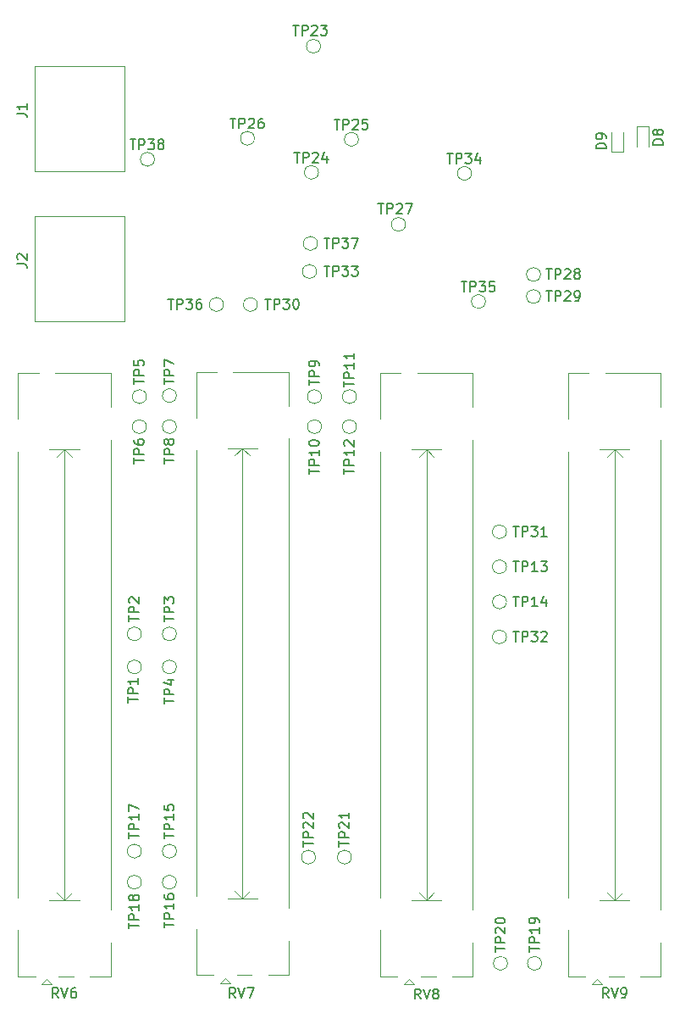
<source format=gbr>
%TF.GenerationSoftware,KiCad,Pcbnew,7.0.9*%
%TF.CreationDate,2024-06-29T17:01:07+12:00*%
%TF.ProjectId,ADSR Envelope,41445352-2045-46e7-9665-6c6f70652e6b,rev?*%
%TF.SameCoordinates,Original*%
%TF.FileFunction,Legend,Top*%
%TF.FilePolarity,Positive*%
%FSLAX46Y46*%
G04 Gerber Fmt 4.6, Leading zero omitted, Abs format (unit mm)*
G04 Created by KiCad (PCBNEW 7.0.9) date 2024-06-29 17:01:07*
%MOMM*%
%LPD*%
G01*
G04 APERTURE LIST*
%ADD10C,0.150000*%
%ADD11C,0.120000*%
%ADD12C,0.100000*%
G04 APERTURE END LIST*
D10*
X142961905Y-70954819D02*
X143533333Y-70954819D01*
X143247619Y-71954819D02*
X143247619Y-70954819D01*
X143866667Y-71954819D02*
X143866667Y-70954819D01*
X143866667Y-70954819D02*
X144247619Y-70954819D01*
X144247619Y-70954819D02*
X144342857Y-71002438D01*
X144342857Y-71002438D02*
X144390476Y-71050057D01*
X144390476Y-71050057D02*
X144438095Y-71145295D01*
X144438095Y-71145295D02*
X144438095Y-71288152D01*
X144438095Y-71288152D02*
X144390476Y-71383390D01*
X144390476Y-71383390D02*
X144342857Y-71431009D01*
X144342857Y-71431009D02*
X144247619Y-71478628D01*
X144247619Y-71478628D02*
X143866667Y-71478628D01*
X144771429Y-70954819D02*
X145390476Y-70954819D01*
X145390476Y-70954819D02*
X145057143Y-71335771D01*
X145057143Y-71335771D02*
X145200000Y-71335771D01*
X145200000Y-71335771D02*
X145295238Y-71383390D01*
X145295238Y-71383390D02*
X145342857Y-71431009D01*
X145342857Y-71431009D02*
X145390476Y-71526247D01*
X145390476Y-71526247D02*
X145390476Y-71764342D01*
X145390476Y-71764342D02*
X145342857Y-71859580D01*
X145342857Y-71859580D02*
X145295238Y-71907200D01*
X145295238Y-71907200D02*
X145200000Y-71954819D01*
X145200000Y-71954819D02*
X144914286Y-71954819D01*
X144914286Y-71954819D02*
X144819048Y-71907200D01*
X144819048Y-71907200D02*
X144771429Y-71859580D01*
X145723810Y-70954819D02*
X146342857Y-70954819D01*
X146342857Y-70954819D02*
X146009524Y-71335771D01*
X146009524Y-71335771D02*
X146152381Y-71335771D01*
X146152381Y-71335771D02*
X146247619Y-71383390D01*
X146247619Y-71383390D02*
X146295238Y-71431009D01*
X146295238Y-71431009D02*
X146342857Y-71526247D01*
X146342857Y-71526247D02*
X146342857Y-71764342D01*
X146342857Y-71764342D02*
X146295238Y-71859580D01*
X146295238Y-71859580D02*
X146247619Y-71907200D01*
X146247619Y-71907200D02*
X146152381Y-71954819D01*
X146152381Y-71954819D02*
X145866667Y-71954819D01*
X145866667Y-71954819D02*
X145771429Y-71907200D01*
X145771429Y-71907200D02*
X145723810Y-71859580D01*
X127361905Y-74254819D02*
X127933333Y-74254819D01*
X127647619Y-75254819D02*
X127647619Y-74254819D01*
X128266667Y-75254819D02*
X128266667Y-74254819D01*
X128266667Y-74254819D02*
X128647619Y-74254819D01*
X128647619Y-74254819D02*
X128742857Y-74302438D01*
X128742857Y-74302438D02*
X128790476Y-74350057D01*
X128790476Y-74350057D02*
X128838095Y-74445295D01*
X128838095Y-74445295D02*
X128838095Y-74588152D01*
X128838095Y-74588152D02*
X128790476Y-74683390D01*
X128790476Y-74683390D02*
X128742857Y-74731009D01*
X128742857Y-74731009D02*
X128647619Y-74778628D01*
X128647619Y-74778628D02*
X128266667Y-74778628D01*
X129171429Y-74254819D02*
X129790476Y-74254819D01*
X129790476Y-74254819D02*
X129457143Y-74635771D01*
X129457143Y-74635771D02*
X129600000Y-74635771D01*
X129600000Y-74635771D02*
X129695238Y-74683390D01*
X129695238Y-74683390D02*
X129742857Y-74731009D01*
X129742857Y-74731009D02*
X129790476Y-74826247D01*
X129790476Y-74826247D02*
X129790476Y-75064342D01*
X129790476Y-75064342D02*
X129742857Y-75159580D01*
X129742857Y-75159580D02*
X129695238Y-75207200D01*
X129695238Y-75207200D02*
X129600000Y-75254819D01*
X129600000Y-75254819D02*
X129314286Y-75254819D01*
X129314286Y-75254819D02*
X129219048Y-75207200D01*
X129219048Y-75207200D02*
X129171429Y-75159580D01*
X130647619Y-74254819D02*
X130457143Y-74254819D01*
X130457143Y-74254819D02*
X130361905Y-74302438D01*
X130361905Y-74302438D02*
X130314286Y-74350057D01*
X130314286Y-74350057D02*
X130219048Y-74492914D01*
X130219048Y-74492914D02*
X130171429Y-74683390D01*
X130171429Y-74683390D02*
X130171429Y-75064342D01*
X130171429Y-75064342D02*
X130219048Y-75159580D01*
X130219048Y-75159580D02*
X130266667Y-75207200D01*
X130266667Y-75207200D02*
X130361905Y-75254819D01*
X130361905Y-75254819D02*
X130552381Y-75254819D01*
X130552381Y-75254819D02*
X130647619Y-75207200D01*
X130647619Y-75207200D02*
X130695238Y-75159580D01*
X130695238Y-75159580D02*
X130742857Y-75064342D01*
X130742857Y-75064342D02*
X130742857Y-74826247D01*
X130742857Y-74826247D02*
X130695238Y-74731009D01*
X130695238Y-74731009D02*
X130647619Y-74683390D01*
X130647619Y-74683390D02*
X130552381Y-74635771D01*
X130552381Y-74635771D02*
X130361905Y-74635771D01*
X130361905Y-74635771D02*
X130266667Y-74683390D01*
X130266667Y-74683390D02*
X130219048Y-74731009D01*
X130219048Y-74731009D02*
X130171429Y-74826247D01*
X165161905Y-73454819D02*
X165733333Y-73454819D01*
X165447619Y-74454819D02*
X165447619Y-73454819D01*
X166066667Y-74454819D02*
X166066667Y-73454819D01*
X166066667Y-73454819D02*
X166447619Y-73454819D01*
X166447619Y-73454819D02*
X166542857Y-73502438D01*
X166542857Y-73502438D02*
X166590476Y-73550057D01*
X166590476Y-73550057D02*
X166638095Y-73645295D01*
X166638095Y-73645295D02*
X166638095Y-73788152D01*
X166638095Y-73788152D02*
X166590476Y-73883390D01*
X166590476Y-73883390D02*
X166542857Y-73931009D01*
X166542857Y-73931009D02*
X166447619Y-73978628D01*
X166447619Y-73978628D02*
X166066667Y-73978628D01*
X167019048Y-73550057D02*
X167066667Y-73502438D01*
X167066667Y-73502438D02*
X167161905Y-73454819D01*
X167161905Y-73454819D02*
X167400000Y-73454819D01*
X167400000Y-73454819D02*
X167495238Y-73502438D01*
X167495238Y-73502438D02*
X167542857Y-73550057D01*
X167542857Y-73550057D02*
X167590476Y-73645295D01*
X167590476Y-73645295D02*
X167590476Y-73740533D01*
X167590476Y-73740533D02*
X167542857Y-73883390D01*
X167542857Y-73883390D02*
X166971429Y-74454819D01*
X166971429Y-74454819D02*
X167590476Y-74454819D01*
X168066667Y-74454819D02*
X168257143Y-74454819D01*
X168257143Y-74454819D02*
X168352381Y-74407200D01*
X168352381Y-74407200D02*
X168400000Y-74359580D01*
X168400000Y-74359580D02*
X168495238Y-74216723D01*
X168495238Y-74216723D02*
X168542857Y-74026247D01*
X168542857Y-74026247D02*
X168542857Y-73645295D01*
X168542857Y-73645295D02*
X168495238Y-73550057D01*
X168495238Y-73550057D02*
X168447619Y-73502438D01*
X168447619Y-73502438D02*
X168352381Y-73454819D01*
X168352381Y-73454819D02*
X168161905Y-73454819D01*
X168161905Y-73454819D02*
X168066667Y-73502438D01*
X168066667Y-73502438D02*
X168019048Y-73550057D01*
X168019048Y-73550057D02*
X167971429Y-73645295D01*
X167971429Y-73645295D02*
X167971429Y-73883390D01*
X167971429Y-73883390D02*
X168019048Y-73978628D01*
X168019048Y-73978628D02*
X168066667Y-74026247D01*
X168066667Y-74026247D02*
X168161905Y-74073866D01*
X168161905Y-74073866D02*
X168352381Y-74073866D01*
X168352381Y-74073866D02*
X168447619Y-74026247D01*
X168447619Y-74026247D02*
X168495238Y-73978628D01*
X168495238Y-73978628D02*
X168542857Y-73883390D01*
X171404761Y-144054819D02*
X171071428Y-143578628D01*
X170833333Y-144054819D02*
X170833333Y-143054819D01*
X170833333Y-143054819D02*
X171214285Y-143054819D01*
X171214285Y-143054819D02*
X171309523Y-143102438D01*
X171309523Y-143102438D02*
X171357142Y-143150057D01*
X171357142Y-143150057D02*
X171404761Y-143245295D01*
X171404761Y-143245295D02*
X171404761Y-143388152D01*
X171404761Y-143388152D02*
X171357142Y-143483390D01*
X171357142Y-143483390D02*
X171309523Y-143531009D01*
X171309523Y-143531009D02*
X171214285Y-143578628D01*
X171214285Y-143578628D02*
X170833333Y-143578628D01*
X171690476Y-143054819D02*
X172023809Y-144054819D01*
X172023809Y-144054819D02*
X172357142Y-143054819D01*
X172738095Y-144054819D02*
X172928571Y-144054819D01*
X172928571Y-144054819D02*
X173023809Y-144007200D01*
X173023809Y-144007200D02*
X173071428Y-143959580D01*
X173071428Y-143959580D02*
X173166666Y-143816723D01*
X173166666Y-143816723D02*
X173214285Y-143626247D01*
X173214285Y-143626247D02*
X173214285Y-143245295D01*
X173214285Y-143245295D02*
X173166666Y-143150057D01*
X173166666Y-143150057D02*
X173119047Y-143102438D01*
X173119047Y-143102438D02*
X173023809Y-143054819D01*
X173023809Y-143054819D02*
X172833333Y-143054819D01*
X172833333Y-143054819D02*
X172738095Y-143102438D01*
X172738095Y-143102438D02*
X172690476Y-143150057D01*
X172690476Y-143150057D02*
X172642857Y-143245295D01*
X172642857Y-143245295D02*
X172642857Y-143483390D01*
X172642857Y-143483390D02*
X172690476Y-143578628D01*
X172690476Y-143578628D02*
X172738095Y-143626247D01*
X172738095Y-143626247D02*
X172833333Y-143673866D01*
X172833333Y-143673866D02*
X173023809Y-143673866D01*
X173023809Y-143673866D02*
X173119047Y-143626247D01*
X173119047Y-143626247D02*
X173166666Y-143578628D01*
X173166666Y-143578628D02*
X173214285Y-143483390D01*
X163454819Y-139438094D02*
X163454819Y-138866666D01*
X164454819Y-139152380D02*
X163454819Y-139152380D01*
X164454819Y-138533332D02*
X163454819Y-138533332D01*
X163454819Y-138533332D02*
X163454819Y-138152380D01*
X163454819Y-138152380D02*
X163502438Y-138057142D01*
X163502438Y-138057142D02*
X163550057Y-138009523D01*
X163550057Y-138009523D02*
X163645295Y-137961904D01*
X163645295Y-137961904D02*
X163788152Y-137961904D01*
X163788152Y-137961904D02*
X163883390Y-138009523D01*
X163883390Y-138009523D02*
X163931009Y-138057142D01*
X163931009Y-138057142D02*
X163978628Y-138152380D01*
X163978628Y-138152380D02*
X163978628Y-138533332D01*
X164454819Y-137009523D02*
X164454819Y-137580951D01*
X164454819Y-137295237D02*
X163454819Y-137295237D01*
X163454819Y-137295237D02*
X163597676Y-137390475D01*
X163597676Y-137390475D02*
X163692914Y-137485713D01*
X163692914Y-137485713D02*
X163740533Y-137580951D01*
X164454819Y-136533332D02*
X164454819Y-136342856D01*
X164454819Y-136342856D02*
X164407200Y-136247618D01*
X164407200Y-136247618D02*
X164359580Y-136199999D01*
X164359580Y-136199999D02*
X164216723Y-136104761D01*
X164216723Y-136104761D02*
X164026247Y-136057142D01*
X164026247Y-136057142D02*
X163645295Y-136057142D01*
X163645295Y-136057142D02*
X163550057Y-136104761D01*
X163550057Y-136104761D02*
X163502438Y-136152380D01*
X163502438Y-136152380D02*
X163454819Y-136247618D01*
X163454819Y-136247618D02*
X163454819Y-136438094D01*
X163454819Y-136438094D02*
X163502438Y-136533332D01*
X163502438Y-136533332D02*
X163550057Y-136580951D01*
X163550057Y-136580951D02*
X163645295Y-136628570D01*
X163645295Y-136628570D02*
X163883390Y-136628570D01*
X163883390Y-136628570D02*
X163978628Y-136580951D01*
X163978628Y-136580951D02*
X164026247Y-136533332D01*
X164026247Y-136533332D02*
X164073866Y-136438094D01*
X164073866Y-136438094D02*
X164073866Y-136247618D01*
X164073866Y-136247618D02*
X164026247Y-136152380D01*
X164026247Y-136152380D02*
X163978628Y-136104761D01*
X163978628Y-136104761D02*
X163883390Y-136057142D01*
X161861905Y-103954819D02*
X162433333Y-103954819D01*
X162147619Y-104954819D02*
X162147619Y-103954819D01*
X162766667Y-104954819D02*
X162766667Y-103954819D01*
X162766667Y-103954819D02*
X163147619Y-103954819D01*
X163147619Y-103954819D02*
X163242857Y-104002438D01*
X163242857Y-104002438D02*
X163290476Y-104050057D01*
X163290476Y-104050057D02*
X163338095Y-104145295D01*
X163338095Y-104145295D02*
X163338095Y-104288152D01*
X163338095Y-104288152D02*
X163290476Y-104383390D01*
X163290476Y-104383390D02*
X163242857Y-104431009D01*
X163242857Y-104431009D02*
X163147619Y-104478628D01*
X163147619Y-104478628D02*
X162766667Y-104478628D01*
X164290476Y-104954819D02*
X163719048Y-104954819D01*
X164004762Y-104954819D02*
X164004762Y-103954819D01*
X164004762Y-103954819D02*
X163909524Y-104097676D01*
X163909524Y-104097676D02*
X163814286Y-104192914D01*
X163814286Y-104192914D02*
X163719048Y-104240533D01*
X165147619Y-104288152D02*
X165147619Y-104954819D01*
X164909524Y-103907200D02*
X164671429Y-104621485D01*
X164671429Y-104621485D02*
X165290476Y-104621485D01*
X133561905Y-56206819D02*
X134133333Y-56206819D01*
X133847619Y-57206819D02*
X133847619Y-56206819D01*
X134466667Y-57206819D02*
X134466667Y-56206819D01*
X134466667Y-56206819D02*
X134847619Y-56206819D01*
X134847619Y-56206819D02*
X134942857Y-56254438D01*
X134942857Y-56254438D02*
X134990476Y-56302057D01*
X134990476Y-56302057D02*
X135038095Y-56397295D01*
X135038095Y-56397295D02*
X135038095Y-56540152D01*
X135038095Y-56540152D02*
X134990476Y-56635390D01*
X134990476Y-56635390D02*
X134942857Y-56683009D01*
X134942857Y-56683009D02*
X134847619Y-56730628D01*
X134847619Y-56730628D02*
X134466667Y-56730628D01*
X135419048Y-56302057D02*
X135466667Y-56254438D01*
X135466667Y-56254438D02*
X135561905Y-56206819D01*
X135561905Y-56206819D02*
X135800000Y-56206819D01*
X135800000Y-56206819D02*
X135895238Y-56254438D01*
X135895238Y-56254438D02*
X135942857Y-56302057D01*
X135942857Y-56302057D02*
X135990476Y-56397295D01*
X135990476Y-56397295D02*
X135990476Y-56492533D01*
X135990476Y-56492533D02*
X135942857Y-56635390D01*
X135942857Y-56635390D02*
X135371429Y-57206819D01*
X135371429Y-57206819D02*
X135990476Y-57206819D01*
X136847619Y-56206819D02*
X136657143Y-56206819D01*
X136657143Y-56206819D02*
X136561905Y-56254438D01*
X136561905Y-56254438D02*
X136514286Y-56302057D01*
X136514286Y-56302057D02*
X136419048Y-56444914D01*
X136419048Y-56444914D02*
X136371429Y-56635390D01*
X136371429Y-56635390D02*
X136371429Y-57016342D01*
X136371429Y-57016342D02*
X136419048Y-57111580D01*
X136419048Y-57111580D02*
X136466667Y-57159200D01*
X136466667Y-57159200D02*
X136561905Y-57206819D01*
X136561905Y-57206819D02*
X136752381Y-57206819D01*
X136752381Y-57206819D02*
X136847619Y-57159200D01*
X136847619Y-57159200D02*
X136895238Y-57111580D01*
X136895238Y-57111580D02*
X136942857Y-57016342D01*
X136942857Y-57016342D02*
X136942857Y-56778247D01*
X136942857Y-56778247D02*
X136895238Y-56683009D01*
X136895238Y-56683009D02*
X136847619Y-56635390D01*
X136847619Y-56635390D02*
X136752381Y-56587771D01*
X136752381Y-56587771D02*
X136561905Y-56587771D01*
X136561905Y-56587771D02*
X136466667Y-56635390D01*
X136466667Y-56635390D02*
X136419048Y-56683009D01*
X136419048Y-56683009D02*
X136371429Y-56778247D01*
X137061905Y-74254819D02*
X137633333Y-74254819D01*
X137347619Y-75254819D02*
X137347619Y-74254819D01*
X137966667Y-75254819D02*
X137966667Y-74254819D01*
X137966667Y-74254819D02*
X138347619Y-74254819D01*
X138347619Y-74254819D02*
X138442857Y-74302438D01*
X138442857Y-74302438D02*
X138490476Y-74350057D01*
X138490476Y-74350057D02*
X138538095Y-74445295D01*
X138538095Y-74445295D02*
X138538095Y-74588152D01*
X138538095Y-74588152D02*
X138490476Y-74683390D01*
X138490476Y-74683390D02*
X138442857Y-74731009D01*
X138442857Y-74731009D02*
X138347619Y-74778628D01*
X138347619Y-74778628D02*
X137966667Y-74778628D01*
X138871429Y-74254819D02*
X139490476Y-74254819D01*
X139490476Y-74254819D02*
X139157143Y-74635771D01*
X139157143Y-74635771D02*
X139300000Y-74635771D01*
X139300000Y-74635771D02*
X139395238Y-74683390D01*
X139395238Y-74683390D02*
X139442857Y-74731009D01*
X139442857Y-74731009D02*
X139490476Y-74826247D01*
X139490476Y-74826247D02*
X139490476Y-75064342D01*
X139490476Y-75064342D02*
X139442857Y-75159580D01*
X139442857Y-75159580D02*
X139395238Y-75207200D01*
X139395238Y-75207200D02*
X139300000Y-75254819D01*
X139300000Y-75254819D02*
X139014286Y-75254819D01*
X139014286Y-75254819D02*
X138919048Y-75207200D01*
X138919048Y-75207200D02*
X138871429Y-75159580D01*
X140109524Y-74254819D02*
X140204762Y-74254819D01*
X140204762Y-74254819D02*
X140300000Y-74302438D01*
X140300000Y-74302438D02*
X140347619Y-74350057D01*
X140347619Y-74350057D02*
X140395238Y-74445295D01*
X140395238Y-74445295D02*
X140442857Y-74635771D01*
X140442857Y-74635771D02*
X140442857Y-74873866D01*
X140442857Y-74873866D02*
X140395238Y-75064342D01*
X140395238Y-75064342D02*
X140347619Y-75159580D01*
X140347619Y-75159580D02*
X140300000Y-75207200D01*
X140300000Y-75207200D02*
X140204762Y-75254819D01*
X140204762Y-75254819D02*
X140109524Y-75254819D01*
X140109524Y-75254819D02*
X140014286Y-75207200D01*
X140014286Y-75207200D02*
X139966667Y-75159580D01*
X139966667Y-75159580D02*
X139919048Y-75064342D01*
X139919048Y-75064342D02*
X139871429Y-74873866D01*
X139871429Y-74873866D02*
X139871429Y-74635771D01*
X139871429Y-74635771D02*
X139919048Y-74445295D01*
X139919048Y-74445295D02*
X139966667Y-74350057D01*
X139966667Y-74350057D02*
X140014286Y-74302438D01*
X140014286Y-74302438D02*
X140109524Y-74254819D01*
X161861905Y-107454819D02*
X162433333Y-107454819D01*
X162147619Y-108454819D02*
X162147619Y-107454819D01*
X162766667Y-108454819D02*
X162766667Y-107454819D01*
X162766667Y-107454819D02*
X163147619Y-107454819D01*
X163147619Y-107454819D02*
X163242857Y-107502438D01*
X163242857Y-107502438D02*
X163290476Y-107550057D01*
X163290476Y-107550057D02*
X163338095Y-107645295D01*
X163338095Y-107645295D02*
X163338095Y-107788152D01*
X163338095Y-107788152D02*
X163290476Y-107883390D01*
X163290476Y-107883390D02*
X163242857Y-107931009D01*
X163242857Y-107931009D02*
X163147619Y-107978628D01*
X163147619Y-107978628D02*
X162766667Y-107978628D01*
X163671429Y-107454819D02*
X164290476Y-107454819D01*
X164290476Y-107454819D02*
X163957143Y-107835771D01*
X163957143Y-107835771D02*
X164100000Y-107835771D01*
X164100000Y-107835771D02*
X164195238Y-107883390D01*
X164195238Y-107883390D02*
X164242857Y-107931009D01*
X164242857Y-107931009D02*
X164290476Y-108026247D01*
X164290476Y-108026247D02*
X164290476Y-108264342D01*
X164290476Y-108264342D02*
X164242857Y-108359580D01*
X164242857Y-108359580D02*
X164195238Y-108407200D01*
X164195238Y-108407200D02*
X164100000Y-108454819D01*
X164100000Y-108454819D02*
X163814286Y-108454819D01*
X163814286Y-108454819D02*
X163719048Y-108407200D01*
X163719048Y-108407200D02*
X163671429Y-108359580D01*
X164671429Y-107550057D02*
X164719048Y-107502438D01*
X164719048Y-107502438D02*
X164814286Y-107454819D01*
X164814286Y-107454819D02*
X165052381Y-107454819D01*
X165052381Y-107454819D02*
X165147619Y-107502438D01*
X165147619Y-107502438D02*
X165195238Y-107550057D01*
X165195238Y-107550057D02*
X165242857Y-107645295D01*
X165242857Y-107645295D02*
X165242857Y-107740533D01*
X165242857Y-107740533D02*
X165195238Y-107883390D01*
X165195238Y-107883390D02*
X164623810Y-108454819D01*
X164623810Y-108454819D02*
X165242857Y-108454819D01*
X144954819Y-83038094D02*
X144954819Y-82466666D01*
X145954819Y-82752380D02*
X144954819Y-82752380D01*
X145954819Y-82133332D02*
X144954819Y-82133332D01*
X144954819Y-82133332D02*
X144954819Y-81752380D01*
X144954819Y-81752380D02*
X145002438Y-81657142D01*
X145002438Y-81657142D02*
X145050057Y-81609523D01*
X145050057Y-81609523D02*
X145145295Y-81561904D01*
X145145295Y-81561904D02*
X145288152Y-81561904D01*
X145288152Y-81561904D02*
X145383390Y-81609523D01*
X145383390Y-81609523D02*
X145431009Y-81657142D01*
X145431009Y-81657142D02*
X145478628Y-81752380D01*
X145478628Y-81752380D02*
X145478628Y-82133332D01*
X145954819Y-80609523D02*
X145954819Y-81180951D01*
X145954819Y-80895237D02*
X144954819Y-80895237D01*
X144954819Y-80895237D02*
X145097676Y-80990475D01*
X145097676Y-80990475D02*
X145192914Y-81085713D01*
X145192914Y-81085713D02*
X145240533Y-81180951D01*
X145954819Y-79657142D02*
X145954819Y-80228570D01*
X145954819Y-79942856D02*
X144954819Y-79942856D01*
X144954819Y-79942856D02*
X145097676Y-80038094D01*
X145097676Y-80038094D02*
X145192914Y-80133332D01*
X145192914Y-80133332D02*
X145240533Y-80228570D01*
X176854819Y-58838094D02*
X175854819Y-58838094D01*
X175854819Y-58838094D02*
X175854819Y-58599999D01*
X175854819Y-58599999D02*
X175902438Y-58457142D01*
X175902438Y-58457142D02*
X175997676Y-58361904D01*
X175997676Y-58361904D02*
X176092914Y-58314285D01*
X176092914Y-58314285D02*
X176283390Y-58266666D01*
X176283390Y-58266666D02*
X176426247Y-58266666D01*
X176426247Y-58266666D02*
X176616723Y-58314285D01*
X176616723Y-58314285D02*
X176711961Y-58361904D01*
X176711961Y-58361904D02*
X176807200Y-58457142D01*
X176807200Y-58457142D02*
X176854819Y-58599999D01*
X176854819Y-58599999D02*
X176854819Y-58838094D01*
X176283390Y-57695237D02*
X176235771Y-57790475D01*
X176235771Y-57790475D02*
X176188152Y-57838094D01*
X176188152Y-57838094D02*
X176092914Y-57885713D01*
X176092914Y-57885713D02*
X176045295Y-57885713D01*
X176045295Y-57885713D02*
X175950057Y-57838094D01*
X175950057Y-57838094D02*
X175902438Y-57790475D01*
X175902438Y-57790475D02*
X175854819Y-57695237D01*
X175854819Y-57695237D02*
X175854819Y-57504761D01*
X175854819Y-57504761D02*
X175902438Y-57409523D01*
X175902438Y-57409523D02*
X175950057Y-57361904D01*
X175950057Y-57361904D02*
X176045295Y-57314285D01*
X176045295Y-57314285D02*
X176092914Y-57314285D01*
X176092914Y-57314285D02*
X176188152Y-57361904D01*
X176188152Y-57361904D02*
X176235771Y-57409523D01*
X176235771Y-57409523D02*
X176283390Y-57504761D01*
X176283390Y-57504761D02*
X176283390Y-57695237D01*
X176283390Y-57695237D02*
X176331009Y-57790475D01*
X176331009Y-57790475D02*
X176378628Y-57838094D01*
X176378628Y-57838094D02*
X176473866Y-57885713D01*
X176473866Y-57885713D02*
X176664342Y-57885713D01*
X176664342Y-57885713D02*
X176759580Y-57838094D01*
X176759580Y-57838094D02*
X176807200Y-57790475D01*
X176807200Y-57790475D02*
X176854819Y-57695237D01*
X176854819Y-57695237D02*
X176854819Y-57504761D01*
X176854819Y-57504761D02*
X176807200Y-57409523D01*
X176807200Y-57409523D02*
X176759580Y-57361904D01*
X176759580Y-57361904D02*
X176664342Y-57314285D01*
X176664342Y-57314285D02*
X176473866Y-57314285D01*
X176473866Y-57314285D02*
X176378628Y-57361904D01*
X176378628Y-57361904D02*
X176331009Y-57409523D01*
X176331009Y-57409523D02*
X176283390Y-57504761D01*
X160054819Y-139438094D02*
X160054819Y-138866666D01*
X161054819Y-139152380D02*
X160054819Y-139152380D01*
X161054819Y-138533332D02*
X160054819Y-138533332D01*
X160054819Y-138533332D02*
X160054819Y-138152380D01*
X160054819Y-138152380D02*
X160102438Y-138057142D01*
X160102438Y-138057142D02*
X160150057Y-138009523D01*
X160150057Y-138009523D02*
X160245295Y-137961904D01*
X160245295Y-137961904D02*
X160388152Y-137961904D01*
X160388152Y-137961904D02*
X160483390Y-138009523D01*
X160483390Y-138009523D02*
X160531009Y-138057142D01*
X160531009Y-138057142D02*
X160578628Y-138152380D01*
X160578628Y-138152380D02*
X160578628Y-138533332D01*
X160150057Y-137580951D02*
X160102438Y-137533332D01*
X160102438Y-137533332D02*
X160054819Y-137438094D01*
X160054819Y-137438094D02*
X160054819Y-137199999D01*
X160054819Y-137199999D02*
X160102438Y-137104761D01*
X160102438Y-137104761D02*
X160150057Y-137057142D01*
X160150057Y-137057142D02*
X160245295Y-137009523D01*
X160245295Y-137009523D02*
X160340533Y-137009523D01*
X160340533Y-137009523D02*
X160483390Y-137057142D01*
X160483390Y-137057142D02*
X161054819Y-137628570D01*
X161054819Y-137628570D02*
X161054819Y-137009523D01*
X160054819Y-136390475D02*
X160054819Y-136295237D01*
X160054819Y-136295237D02*
X160102438Y-136199999D01*
X160102438Y-136199999D02*
X160150057Y-136152380D01*
X160150057Y-136152380D02*
X160245295Y-136104761D01*
X160245295Y-136104761D02*
X160435771Y-136057142D01*
X160435771Y-136057142D02*
X160673866Y-136057142D01*
X160673866Y-136057142D02*
X160864342Y-136104761D01*
X160864342Y-136104761D02*
X160959580Y-136152380D01*
X160959580Y-136152380D02*
X161007200Y-136199999D01*
X161007200Y-136199999D02*
X161054819Y-136295237D01*
X161054819Y-136295237D02*
X161054819Y-136390475D01*
X161054819Y-136390475D02*
X161007200Y-136485713D01*
X161007200Y-136485713D02*
X160959580Y-136533332D01*
X160959580Y-136533332D02*
X160864342Y-136580951D01*
X160864342Y-136580951D02*
X160673866Y-136628570D01*
X160673866Y-136628570D02*
X160435771Y-136628570D01*
X160435771Y-136628570D02*
X160245295Y-136580951D01*
X160245295Y-136580951D02*
X160150057Y-136533332D01*
X160150057Y-136533332D02*
X160102438Y-136485713D01*
X160102438Y-136485713D02*
X160054819Y-136390475D01*
X155261905Y-59706819D02*
X155833333Y-59706819D01*
X155547619Y-60706819D02*
X155547619Y-59706819D01*
X156166667Y-60706819D02*
X156166667Y-59706819D01*
X156166667Y-59706819D02*
X156547619Y-59706819D01*
X156547619Y-59706819D02*
X156642857Y-59754438D01*
X156642857Y-59754438D02*
X156690476Y-59802057D01*
X156690476Y-59802057D02*
X156738095Y-59897295D01*
X156738095Y-59897295D02*
X156738095Y-60040152D01*
X156738095Y-60040152D02*
X156690476Y-60135390D01*
X156690476Y-60135390D02*
X156642857Y-60183009D01*
X156642857Y-60183009D02*
X156547619Y-60230628D01*
X156547619Y-60230628D02*
X156166667Y-60230628D01*
X157071429Y-59706819D02*
X157690476Y-59706819D01*
X157690476Y-59706819D02*
X157357143Y-60087771D01*
X157357143Y-60087771D02*
X157500000Y-60087771D01*
X157500000Y-60087771D02*
X157595238Y-60135390D01*
X157595238Y-60135390D02*
X157642857Y-60183009D01*
X157642857Y-60183009D02*
X157690476Y-60278247D01*
X157690476Y-60278247D02*
X157690476Y-60516342D01*
X157690476Y-60516342D02*
X157642857Y-60611580D01*
X157642857Y-60611580D02*
X157595238Y-60659200D01*
X157595238Y-60659200D02*
X157500000Y-60706819D01*
X157500000Y-60706819D02*
X157214286Y-60706819D01*
X157214286Y-60706819D02*
X157119048Y-60659200D01*
X157119048Y-60659200D02*
X157071429Y-60611580D01*
X158547619Y-60040152D02*
X158547619Y-60706819D01*
X158309524Y-59659200D02*
X158071429Y-60373485D01*
X158071429Y-60373485D02*
X158690476Y-60373485D01*
X171154819Y-59238094D02*
X170154819Y-59238094D01*
X170154819Y-59238094D02*
X170154819Y-58999999D01*
X170154819Y-58999999D02*
X170202438Y-58857142D01*
X170202438Y-58857142D02*
X170297676Y-58761904D01*
X170297676Y-58761904D02*
X170392914Y-58714285D01*
X170392914Y-58714285D02*
X170583390Y-58666666D01*
X170583390Y-58666666D02*
X170726247Y-58666666D01*
X170726247Y-58666666D02*
X170916723Y-58714285D01*
X170916723Y-58714285D02*
X171011961Y-58761904D01*
X171011961Y-58761904D02*
X171107200Y-58857142D01*
X171107200Y-58857142D02*
X171154819Y-58999999D01*
X171154819Y-58999999D02*
X171154819Y-59238094D01*
X171154819Y-58190475D02*
X171154819Y-57999999D01*
X171154819Y-57999999D02*
X171107200Y-57904761D01*
X171107200Y-57904761D02*
X171059580Y-57857142D01*
X171059580Y-57857142D02*
X170916723Y-57761904D01*
X170916723Y-57761904D02*
X170726247Y-57714285D01*
X170726247Y-57714285D02*
X170345295Y-57714285D01*
X170345295Y-57714285D02*
X170250057Y-57761904D01*
X170250057Y-57761904D02*
X170202438Y-57809523D01*
X170202438Y-57809523D02*
X170154819Y-57904761D01*
X170154819Y-57904761D02*
X170154819Y-58095237D01*
X170154819Y-58095237D02*
X170202438Y-58190475D01*
X170202438Y-58190475D02*
X170250057Y-58238094D01*
X170250057Y-58238094D02*
X170345295Y-58285713D01*
X170345295Y-58285713D02*
X170583390Y-58285713D01*
X170583390Y-58285713D02*
X170678628Y-58238094D01*
X170678628Y-58238094D02*
X170726247Y-58190475D01*
X170726247Y-58190475D02*
X170773866Y-58095237D01*
X170773866Y-58095237D02*
X170773866Y-57904761D01*
X170773866Y-57904761D02*
X170726247Y-57809523D01*
X170726247Y-57809523D02*
X170678628Y-57761904D01*
X170678628Y-57761904D02*
X170583390Y-57714285D01*
X126954819Y-106461904D02*
X126954819Y-105890476D01*
X127954819Y-106176190D02*
X126954819Y-106176190D01*
X127954819Y-105557142D02*
X126954819Y-105557142D01*
X126954819Y-105557142D02*
X126954819Y-105176190D01*
X126954819Y-105176190D02*
X127002438Y-105080952D01*
X127002438Y-105080952D02*
X127050057Y-105033333D01*
X127050057Y-105033333D02*
X127145295Y-104985714D01*
X127145295Y-104985714D02*
X127288152Y-104985714D01*
X127288152Y-104985714D02*
X127383390Y-105033333D01*
X127383390Y-105033333D02*
X127431009Y-105080952D01*
X127431009Y-105080952D02*
X127478628Y-105176190D01*
X127478628Y-105176190D02*
X127478628Y-105557142D01*
X126954819Y-104652380D02*
X126954819Y-104033333D01*
X126954819Y-104033333D02*
X127335771Y-104366666D01*
X127335771Y-104366666D02*
X127335771Y-104223809D01*
X127335771Y-104223809D02*
X127383390Y-104128571D01*
X127383390Y-104128571D02*
X127431009Y-104080952D01*
X127431009Y-104080952D02*
X127526247Y-104033333D01*
X127526247Y-104033333D02*
X127764342Y-104033333D01*
X127764342Y-104033333D02*
X127859580Y-104080952D01*
X127859580Y-104080952D02*
X127907200Y-104128571D01*
X127907200Y-104128571D02*
X127954819Y-104223809D01*
X127954819Y-104223809D02*
X127954819Y-104509523D01*
X127954819Y-104509523D02*
X127907200Y-104604761D01*
X127907200Y-104604761D02*
X127859580Y-104652380D01*
X140854819Y-128938094D02*
X140854819Y-128366666D01*
X141854819Y-128652380D02*
X140854819Y-128652380D01*
X141854819Y-128033332D02*
X140854819Y-128033332D01*
X140854819Y-128033332D02*
X140854819Y-127652380D01*
X140854819Y-127652380D02*
X140902438Y-127557142D01*
X140902438Y-127557142D02*
X140950057Y-127509523D01*
X140950057Y-127509523D02*
X141045295Y-127461904D01*
X141045295Y-127461904D02*
X141188152Y-127461904D01*
X141188152Y-127461904D02*
X141283390Y-127509523D01*
X141283390Y-127509523D02*
X141331009Y-127557142D01*
X141331009Y-127557142D02*
X141378628Y-127652380D01*
X141378628Y-127652380D02*
X141378628Y-128033332D01*
X140950057Y-127080951D02*
X140902438Y-127033332D01*
X140902438Y-127033332D02*
X140854819Y-126938094D01*
X140854819Y-126938094D02*
X140854819Y-126699999D01*
X140854819Y-126699999D02*
X140902438Y-126604761D01*
X140902438Y-126604761D02*
X140950057Y-126557142D01*
X140950057Y-126557142D02*
X141045295Y-126509523D01*
X141045295Y-126509523D02*
X141140533Y-126509523D01*
X141140533Y-126509523D02*
X141283390Y-126557142D01*
X141283390Y-126557142D02*
X141854819Y-127128570D01*
X141854819Y-127128570D02*
X141854819Y-126509523D01*
X140950057Y-126128570D02*
X140902438Y-126080951D01*
X140902438Y-126080951D02*
X140854819Y-125985713D01*
X140854819Y-125985713D02*
X140854819Y-125747618D01*
X140854819Y-125747618D02*
X140902438Y-125652380D01*
X140902438Y-125652380D02*
X140950057Y-125604761D01*
X140950057Y-125604761D02*
X141045295Y-125557142D01*
X141045295Y-125557142D02*
X141140533Y-125557142D01*
X141140533Y-125557142D02*
X141283390Y-125604761D01*
X141283390Y-125604761D02*
X141854819Y-126176189D01*
X141854819Y-126176189D02*
X141854819Y-125557142D01*
X123454819Y-128138094D02*
X123454819Y-127566666D01*
X124454819Y-127852380D02*
X123454819Y-127852380D01*
X124454819Y-127233332D02*
X123454819Y-127233332D01*
X123454819Y-127233332D02*
X123454819Y-126852380D01*
X123454819Y-126852380D02*
X123502438Y-126757142D01*
X123502438Y-126757142D02*
X123550057Y-126709523D01*
X123550057Y-126709523D02*
X123645295Y-126661904D01*
X123645295Y-126661904D02*
X123788152Y-126661904D01*
X123788152Y-126661904D02*
X123883390Y-126709523D01*
X123883390Y-126709523D02*
X123931009Y-126757142D01*
X123931009Y-126757142D02*
X123978628Y-126852380D01*
X123978628Y-126852380D02*
X123978628Y-127233332D01*
X124454819Y-125709523D02*
X124454819Y-126280951D01*
X124454819Y-125995237D02*
X123454819Y-125995237D01*
X123454819Y-125995237D02*
X123597676Y-126090475D01*
X123597676Y-126090475D02*
X123692914Y-126185713D01*
X123692914Y-126185713D02*
X123740533Y-126280951D01*
X123454819Y-125376189D02*
X123454819Y-124709523D01*
X123454819Y-124709523D02*
X124454819Y-125138094D01*
X112254819Y-70733333D02*
X112969104Y-70733333D01*
X112969104Y-70733333D02*
X113111961Y-70780952D01*
X113111961Y-70780952D02*
X113207200Y-70876190D01*
X113207200Y-70876190D02*
X113254819Y-71019047D01*
X113254819Y-71019047D02*
X113254819Y-71114285D01*
X112350057Y-70304761D02*
X112302438Y-70257142D01*
X112302438Y-70257142D02*
X112254819Y-70161904D01*
X112254819Y-70161904D02*
X112254819Y-69923809D01*
X112254819Y-69923809D02*
X112302438Y-69828571D01*
X112302438Y-69828571D02*
X112350057Y-69780952D01*
X112350057Y-69780952D02*
X112445295Y-69733333D01*
X112445295Y-69733333D02*
X112540533Y-69733333D01*
X112540533Y-69733333D02*
X112683390Y-69780952D01*
X112683390Y-69780952D02*
X113254819Y-70352380D01*
X113254819Y-70352380D02*
X113254819Y-69733333D01*
X116404761Y-144054819D02*
X116071428Y-143578628D01*
X115833333Y-144054819D02*
X115833333Y-143054819D01*
X115833333Y-143054819D02*
X116214285Y-143054819D01*
X116214285Y-143054819D02*
X116309523Y-143102438D01*
X116309523Y-143102438D02*
X116357142Y-143150057D01*
X116357142Y-143150057D02*
X116404761Y-143245295D01*
X116404761Y-143245295D02*
X116404761Y-143388152D01*
X116404761Y-143388152D02*
X116357142Y-143483390D01*
X116357142Y-143483390D02*
X116309523Y-143531009D01*
X116309523Y-143531009D02*
X116214285Y-143578628D01*
X116214285Y-143578628D02*
X115833333Y-143578628D01*
X116690476Y-143054819D02*
X117023809Y-144054819D01*
X117023809Y-144054819D02*
X117357142Y-143054819D01*
X118119047Y-143054819D02*
X117928571Y-143054819D01*
X117928571Y-143054819D02*
X117833333Y-143102438D01*
X117833333Y-143102438D02*
X117785714Y-143150057D01*
X117785714Y-143150057D02*
X117690476Y-143292914D01*
X117690476Y-143292914D02*
X117642857Y-143483390D01*
X117642857Y-143483390D02*
X117642857Y-143864342D01*
X117642857Y-143864342D02*
X117690476Y-143959580D01*
X117690476Y-143959580D02*
X117738095Y-144007200D01*
X117738095Y-144007200D02*
X117833333Y-144054819D01*
X117833333Y-144054819D02*
X118023809Y-144054819D01*
X118023809Y-144054819D02*
X118119047Y-144007200D01*
X118119047Y-144007200D02*
X118166666Y-143959580D01*
X118166666Y-143959580D02*
X118214285Y-143864342D01*
X118214285Y-143864342D02*
X118214285Y-143626247D01*
X118214285Y-143626247D02*
X118166666Y-143531009D01*
X118166666Y-143531009D02*
X118119047Y-143483390D01*
X118119047Y-143483390D02*
X118023809Y-143435771D01*
X118023809Y-143435771D02*
X117833333Y-143435771D01*
X117833333Y-143435771D02*
X117738095Y-143483390D01*
X117738095Y-143483390D02*
X117690476Y-143531009D01*
X117690476Y-143531009D02*
X117642857Y-143626247D01*
X123954819Y-82761904D02*
X123954819Y-82190476D01*
X124954819Y-82476190D02*
X123954819Y-82476190D01*
X124954819Y-81857142D02*
X123954819Y-81857142D01*
X123954819Y-81857142D02*
X123954819Y-81476190D01*
X123954819Y-81476190D02*
X124002438Y-81380952D01*
X124002438Y-81380952D02*
X124050057Y-81333333D01*
X124050057Y-81333333D02*
X124145295Y-81285714D01*
X124145295Y-81285714D02*
X124288152Y-81285714D01*
X124288152Y-81285714D02*
X124383390Y-81333333D01*
X124383390Y-81333333D02*
X124431009Y-81380952D01*
X124431009Y-81380952D02*
X124478628Y-81476190D01*
X124478628Y-81476190D02*
X124478628Y-81857142D01*
X123954819Y-80380952D02*
X123954819Y-80857142D01*
X123954819Y-80857142D02*
X124431009Y-80904761D01*
X124431009Y-80904761D02*
X124383390Y-80857142D01*
X124383390Y-80857142D02*
X124335771Y-80761904D01*
X124335771Y-80761904D02*
X124335771Y-80523809D01*
X124335771Y-80523809D02*
X124383390Y-80428571D01*
X124383390Y-80428571D02*
X124431009Y-80380952D01*
X124431009Y-80380952D02*
X124526247Y-80333333D01*
X124526247Y-80333333D02*
X124764342Y-80333333D01*
X124764342Y-80333333D02*
X124859580Y-80380952D01*
X124859580Y-80380952D02*
X124907200Y-80428571D01*
X124907200Y-80428571D02*
X124954819Y-80523809D01*
X124954819Y-80523809D02*
X124954819Y-80761904D01*
X124954819Y-80761904D02*
X124907200Y-80857142D01*
X124907200Y-80857142D02*
X124859580Y-80904761D01*
X126954819Y-128138094D02*
X126954819Y-127566666D01*
X127954819Y-127852380D02*
X126954819Y-127852380D01*
X127954819Y-127233332D02*
X126954819Y-127233332D01*
X126954819Y-127233332D02*
X126954819Y-126852380D01*
X126954819Y-126852380D02*
X127002438Y-126757142D01*
X127002438Y-126757142D02*
X127050057Y-126709523D01*
X127050057Y-126709523D02*
X127145295Y-126661904D01*
X127145295Y-126661904D02*
X127288152Y-126661904D01*
X127288152Y-126661904D02*
X127383390Y-126709523D01*
X127383390Y-126709523D02*
X127431009Y-126757142D01*
X127431009Y-126757142D02*
X127478628Y-126852380D01*
X127478628Y-126852380D02*
X127478628Y-127233332D01*
X127954819Y-125709523D02*
X127954819Y-126280951D01*
X127954819Y-125995237D02*
X126954819Y-125995237D01*
X126954819Y-125995237D02*
X127097676Y-126090475D01*
X127097676Y-126090475D02*
X127192914Y-126185713D01*
X127192914Y-126185713D02*
X127240533Y-126280951D01*
X126954819Y-124804761D02*
X126954819Y-125280951D01*
X126954819Y-125280951D02*
X127431009Y-125328570D01*
X127431009Y-125328570D02*
X127383390Y-125280951D01*
X127383390Y-125280951D02*
X127335771Y-125185713D01*
X127335771Y-125185713D02*
X127335771Y-124947618D01*
X127335771Y-124947618D02*
X127383390Y-124852380D01*
X127383390Y-124852380D02*
X127431009Y-124804761D01*
X127431009Y-124804761D02*
X127526247Y-124757142D01*
X127526247Y-124757142D02*
X127764342Y-124757142D01*
X127764342Y-124757142D02*
X127859580Y-124804761D01*
X127859580Y-124804761D02*
X127907200Y-124852380D01*
X127907200Y-124852380D02*
X127954819Y-124947618D01*
X127954819Y-124947618D02*
X127954819Y-125185713D01*
X127954819Y-125185713D02*
X127907200Y-125280951D01*
X127907200Y-125280951D02*
X127859580Y-125328570D01*
X123454819Y-106461904D02*
X123454819Y-105890476D01*
X124454819Y-106176190D02*
X123454819Y-106176190D01*
X124454819Y-105557142D02*
X123454819Y-105557142D01*
X123454819Y-105557142D02*
X123454819Y-105176190D01*
X123454819Y-105176190D02*
X123502438Y-105080952D01*
X123502438Y-105080952D02*
X123550057Y-105033333D01*
X123550057Y-105033333D02*
X123645295Y-104985714D01*
X123645295Y-104985714D02*
X123788152Y-104985714D01*
X123788152Y-104985714D02*
X123883390Y-105033333D01*
X123883390Y-105033333D02*
X123931009Y-105080952D01*
X123931009Y-105080952D02*
X123978628Y-105176190D01*
X123978628Y-105176190D02*
X123978628Y-105557142D01*
X123550057Y-104604761D02*
X123502438Y-104557142D01*
X123502438Y-104557142D02*
X123454819Y-104461904D01*
X123454819Y-104461904D02*
X123454819Y-104223809D01*
X123454819Y-104223809D02*
X123502438Y-104128571D01*
X123502438Y-104128571D02*
X123550057Y-104080952D01*
X123550057Y-104080952D02*
X123645295Y-104033333D01*
X123645295Y-104033333D02*
X123740533Y-104033333D01*
X123740533Y-104033333D02*
X123883390Y-104080952D01*
X123883390Y-104080952D02*
X124454819Y-104652380D01*
X124454819Y-104652380D02*
X124454819Y-104033333D01*
X156661905Y-72506819D02*
X157233333Y-72506819D01*
X156947619Y-73506819D02*
X156947619Y-72506819D01*
X157566667Y-73506819D02*
X157566667Y-72506819D01*
X157566667Y-72506819D02*
X157947619Y-72506819D01*
X157947619Y-72506819D02*
X158042857Y-72554438D01*
X158042857Y-72554438D02*
X158090476Y-72602057D01*
X158090476Y-72602057D02*
X158138095Y-72697295D01*
X158138095Y-72697295D02*
X158138095Y-72840152D01*
X158138095Y-72840152D02*
X158090476Y-72935390D01*
X158090476Y-72935390D02*
X158042857Y-72983009D01*
X158042857Y-72983009D02*
X157947619Y-73030628D01*
X157947619Y-73030628D02*
X157566667Y-73030628D01*
X158471429Y-72506819D02*
X159090476Y-72506819D01*
X159090476Y-72506819D02*
X158757143Y-72887771D01*
X158757143Y-72887771D02*
X158900000Y-72887771D01*
X158900000Y-72887771D02*
X158995238Y-72935390D01*
X158995238Y-72935390D02*
X159042857Y-72983009D01*
X159042857Y-72983009D02*
X159090476Y-73078247D01*
X159090476Y-73078247D02*
X159090476Y-73316342D01*
X159090476Y-73316342D02*
X159042857Y-73411580D01*
X159042857Y-73411580D02*
X158995238Y-73459200D01*
X158995238Y-73459200D02*
X158900000Y-73506819D01*
X158900000Y-73506819D02*
X158614286Y-73506819D01*
X158614286Y-73506819D02*
X158519048Y-73459200D01*
X158519048Y-73459200D02*
X158471429Y-73411580D01*
X159995238Y-72506819D02*
X159519048Y-72506819D01*
X159519048Y-72506819D02*
X159471429Y-72983009D01*
X159471429Y-72983009D02*
X159519048Y-72935390D01*
X159519048Y-72935390D02*
X159614286Y-72887771D01*
X159614286Y-72887771D02*
X159852381Y-72887771D01*
X159852381Y-72887771D02*
X159947619Y-72935390D01*
X159947619Y-72935390D02*
X159995238Y-72983009D01*
X159995238Y-72983009D02*
X160042857Y-73078247D01*
X160042857Y-73078247D02*
X160042857Y-73316342D01*
X160042857Y-73316342D02*
X159995238Y-73411580D01*
X159995238Y-73411580D02*
X159947619Y-73459200D01*
X159947619Y-73459200D02*
X159852381Y-73506819D01*
X159852381Y-73506819D02*
X159614286Y-73506819D01*
X159614286Y-73506819D02*
X159519048Y-73459200D01*
X159519048Y-73459200D02*
X159471429Y-73411580D01*
X139861905Y-46906819D02*
X140433333Y-46906819D01*
X140147619Y-47906819D02*
X140147619Y-46906819D01*
X140766667Y-47906819D02*
X140766667Y-46906819D01*
X140766667Y-46906819D02*
X141147619Y-46906819D01*
X141147619Y-46906819D02*
X141242857Y-46954438D01*
X141242857Y-46954438D02*
X141290476Y-47002057D01*
X141290476Y-47002057D02*
X141338095Y-47097295D01*
X141338095Y-47097295D02*
X141338095Y-47240152D01*
X141338095Y-47240152D02*
X141290476Y-47335390D01*
X141290476Y-47335390D02*
X141242857Y-47383009D01*
X141242857Y-47383009D02*
X141147619Y-47430628D01*
X141147619Y-47430628D02*
X140766667Y-47430628D01*
X141719048Y-47002057D02*
X141766667Y-46954438D01*
X141766667Y-46954438D02*
X141861905Y-46906819D01*
X141861905Y-46906819D02*
X142100000Y-46906819D01*
X142100000Y-46906819D02*
X142195238Y-46954438D01*
X142195238Y-46954438D02*
X142242857Y-47002057D01*
X142242857Y-47002057D02*
X142290476Y-47097295D01*
X142290476Y-47097295D02*
X142290476Y-47192533D01*
X142290476Y-47192533D02*
X142242857Y-47335390D01*
X142242857Y-47335390D02*
X141671429Y-47906819D01*
X141671429Y-47906819D02*
X142290476Y-47906819D01*
X142623810Y-46906819D02*
X143242857Y-46906819D01*
X143242857Y-46906819D02*
X142909524Y-47287771D01*
X142909524Y-47287771D02*
X143052381Y-47287771D01*
X143052381Y-47287771D02*
X143147619Y-47335390D01*
X143147619Y-47335390D02*
X143195238Y-47383009D01*
X143195238Y-47383009D02*
X143242857Y-47478247D01*
X143242857Y-47478247D02*
X143242857Y-47716342D01*
X143242857Y-47716342D02*
X143195238Y-47811580D01*
X143195238Y-47811580D02*
X143147619Y-47859200D01*
X143147619Y-47859200D02*
X143052381Y-47906819D01*
X143052381Y-47906819D02*
X142766667Y-47906819D01*
X142766667Y-47906819D02*
X142671429Y-47859200D01*
X142671429Y-47859200D02*
X142623810Y-47811580D01*
X148361905Y-64706819D02*
X148933333Y-64706819D01*
X148647619Y-65706819D02*
X148647619Y-64706819D01*
X149266667Y-65706819D02*
X149266667Y-64706819D01*
X149266667Y-64706819D02*
X149647619Y-64706819D01*
X149647619Y-64706819D02*
X149742857Y-64754438D01*
X149742857Y-64754438D02*
X149790476Y-64802057D01*
X149790476Y-64802057D02*
X149838095Y-64897295D01*
X149838095Y-64897295D02*
X149838095Y-65040152D01*
X149838095Y-65040152D02*
X149790476Y-65135390D01*
X149790476Y-65135390D02*
X149742857Y-65183009D01*
X149742857Y-65183009D02*
X149647619Y-65230628D01*
X149647619Y-65230628D02*
X149266667Y-65230628D01*
X150219048Y-64802057D02*
X150266667Y-64754438D01*
X150266667Y-64754438D02*
X150361905Y-64706819D01*
X150361905Y-64706819D02*
X150600000Y-64706819D01*
X150600000Y-64706819D02*
X150695238Y-64754438D01*
X150695238Y-64754438D02*
X150742857Y-64802057D01*
X150742857Y-64802057D02*
X150790476Y-64897295D01*
X150790476Y-64897295D02*
X150790476Y-64992533D01*
X150790476Y-64992533D02*
X150742857Y-65135390D01*
X150742857Y-65135390D02*
X150171429Y-65706819D01*
X150171429Y-65706819D02*
X150790476Y-65706819D01*
X151123810Y-64706819D02*
X151790476Y-64706819D01*
X151790476Y-64706819D02*
X151361905Y-65706819D01*
X165161905Y-71254819D02*
X165733333Y-71254819D01*
X165447619Y-72254819D02*
X165447619Y-71254819D01*
X166066667Y-72254819D02*
X166066667Y-71254819D01*
X166066667Y-71254819D02*
X166447619Y-71254819D01*
X166447619Y-71254819D02*
X166542857Y-71302438D01*
X166542857Y-71302438D02*
X166590476Y-71350057D01*
X166590476Y-71350057D02*
X166638095Y-71445295D01*
X166638095Y-71445295D02*
X166638095Y-71588152D01*
X166638095Y-71588152D02*
X166590476Y-71683390D01*
X166590476Y-71683390D02*
X166542857Y-71731009D01*
X166542857Y-71731009D02*
X166447619Y-71778628D01*
X166447619Y-71778628D02*
X166066667Y-71778628D01*
X167019048Y-71350057D02*
X167066667Y-71302438D01*
X167066667Y-71302438D02*
X167161905Y-71254819D01*
X167161905Y-71254819D02*
X167400000Y-71254819D01*
X167400000Y-71254819D02*
X167495238Y-71302438D01*
X167495238Y-71302438D02*
X167542857Y-71350057D01*
X167542857Y-71350057D02*
X167590476Y-71445295D01*
X167590476Y-71445295D02*
X167590476Y-71540533D01*
X167590476Y-71540533D02*
X167542857Y-71683390D01*
X167542857Y-71683390D02*
X166971429Y-72254819D01*
X166971429Y-72254819D02*
X167590476Y-72254819D01*
X168161905Y-71683390D02*
X168066667Y-71635771D01*
X168066667Y-71635771D02*
X168019048Y-71588152D01*
X168019048Y-71588152D02*
X167971429Y-71492914D01*
X167971429Y-71492914D02*
X167971429Y-71445295D01*
X167971429Y-71445295D02*
X168019048Y-71350057D01*
X168019048Y-71350057D02*
X168066667Y-71302438D01*
X168066667Y-71302438D02*
X168161905Y-71254819D01*
X168161905Y-71254819D02*
X168352381Y-71254819D01*
X168352381Y-71254819D02*
X168447619Y-71302438D01*
X168447619Y-71302438D02*
X168495238Y-71350057D01*
X168495238Y-71350057D02*
X168542857Y-71445295D01*
X168542857Y-71445295D02*
X168542857Y-71492914D01*
X168542857Y-71492914D02*
X168495238Y-71588152D01*
X168495238Y-71588152D02*
X168447619Y-71635771D01*
X168447619Y-71635771D02*
X168352381Y-71683390D01*
X168352381Y-71683390D02*
X168161905Y-71683390D01*
X168161905Y-71683390D02*
X168066667Y-71731009D01*
X168066667Y-71731009D02*
X168019048Y-71778628D01*
X168019048Y-71778628D02*
X167971429Y-71873866D01*
X167971429Y-71873866D02*
X167971429Y-72064342D01*
X167971429Y-72064342D02*
X168019048Y-72159580D01*
X168019048Y-72159580D02*
X168066667Y-72207200D01*
X168066667Y-72207200D02*
X168161905Y-72254819D01*
X168161905Y-72254819D02*
X168352381Y-72254819D01*
X168352381Y-72254819D02*
X168447619Y-72207200D01*
X168447619Y-72207200D02*
X168495238Y-72159580D01*
X168495238Y-72159580D02*
X168542857Y-72064342D01*
X168542857Y-72064342D02*
X168542857Y-71873866D01*
X168542857Y-71873866D02*
X168495238Y-71778628D01*
X168495238Y-71778628D02*
X168447619Y-71731009D01*
X168447619Y-71731009D02*
X168352381Y-71683390D01*
X141454819Y-82861904D02*
X141454819Y-82290476D01*
X142454819Y-82576190D02*
X141454819Y-82576190D01*
X142454819Y-81957142D02*
X141454819Y-81957142D01*
X141454819Y-81957142D02*
X141454819Y-81576190D01*
X141454819Y-81576190D02*
X141502438Y-81480952D01*
X141502438Y-81480952D02*
X141550057Y-81433333D01*
X141550057Y-81433333D02*
X141645295Y-81385714D01*
X141645295Y-81385714D02*
X141788152Y-81385714D01*
X141788152Y-81385714D02*
X141883390Y-81433333D01*
X141883390Y-81433333D02*
X141931009Y-81480952D01*
X141931009Y-81480952D02*
X141978628Y-81576190D01*
X141978628Y-81576190D02*
X141978628Y-81957142D01*
X142454819Y-80909523D02*
X142454819Y-80719047D01*
X142454819Y-80719047D02*
X142407200Y-80623809D01*
X142407200Y-80623809D02*
X142359580Y-80576190D01*
X142359580Y-80576190D02*
X142216723Y-80480952D01*
X142216723Y-80480952D02*
X142026247Y-80433333D01*
X142026247Y-80433333D02*
X141645295Y-80433333D01*
X141645295Y-80433333D02*
X141550057Y-80480952D01*
X141550057Y-80480952D02*
X141502438Y-80528571D01*
X141502438Y-80528571D02*
X141454819Y-80623809D01*
X141454819Y-80623809D02*
X141454819Y-80814285D01*
X141454819Y-80814285D02*
X141502438Y-80909523D01*
X141502438Y-80909523D02*
X141550057Y-80957142D01*
X141550057Y-80957142D02*
X141645295Y-81004761D01*
X141645295Y-81004761D02*
X141883390Y-81004761D01*
X141883390Y-81004761D02*
X141978628Y-80957142D01*
X141978628Y-80957142D02*
X142026247Y-80909523D01*
X142026247Y-80909523D02*
X142073866Y-80814285D01*
X142073866Y-80814285D02*
X142073866Y-80623809D01*
X142073866Y-80623809D02*
X142026247Y-80528571D01*
X142026247Y-80528571D02*
X141978628Y-80480952D01*
X141978628Y-80480952D02*
X141883390Y-80433333D01*
X134104761Y-144054819D02*
X133771428Y-143578628D01*
X133533333Y-144054819D02*
X133533333Y-143054819D01*
X133533333Y-143054819D02*
X133914285Y-143054819D01*
X133914285Y-143054819D02*
X134009523Y-143102438D01*
X134009523Y-143102438D02*
X134057142Y-143150057D01*
X134057142Y-143150057D02*
X134104761Y-143245295D01*
X134104761Y-143245295D02*
X134104761Y-143388152D01*
X134104761Y-143388152D02*
X134057142Y-143483390D01*
X134057142Y-143483390D02*
X134009523Y-143531009D01*
X134009523Y-143531009D02*
X133914285Y-143578628D01*
X133914285Y-143578628D02*
X133533333Y-143578628D01*
X134390476Y-143054819D02*
X134723809Y-144054819D01*
X134723809Y-144054819D02*
X135057142Y-143054819D01*
X135295238Y-143054819D02*
X135961904Y-143054819D01*
X135961904Y-143054819D02*
X135533333Y-144054819D01*
X143961905Y-56306819D02*
X144533333Y-56306819D01*
X144247619Y-57306819D02*
X144247619Y-56306819D01*
X144866667Y-57306819D02*
X144866667Y-56306819D01*
X144866667Y-56306819D02*
X145247619Y-56306819D01*
X145247619Y-56306819D02*
X145342857Y-56354438D01*
X145342857Y-56354438D02*
X145390476Y-56402057D01*
X145390476Y-56402057D02*
X145438095Y-56497295D01*
X145438095Y-56497295D02*
X145438095Y-56640152D01*
X145438095Y-56640152D02*
X145390476Y-56735390D01*
X145390476Y-56735390D02*
X145342857Y-56783009D01*
X145342857Y-56783009D02*
X145247619Y-56830628D01*
X145247619Y-56830628D02*
X144866667Y-56830628D01*
X145819048Y-56402057D02*
X145866667Y-56354438D01*
X145866667Y-56354438D02*
X145961905Y-56306819D01*
X145961905Y-56306819D02*
X146200000Y-56306819D01*
X146200000Y-56306819D02*
X146295238Y-56354438D01*
X146295238Y-56354438D02*
X146342857Y-56402057D01*
X146342857Y-56402057D02*
X146390476Y-56497295D01*
X146390476Y-56497295D02*
X146390476Y-56592533D01*
X146390476Y-56592533D02*
X146342857Y-56735390D01*
X146342857Y-56735390D02*
X145771429Y-57306819D01*
X145771429Y-57306819D02*
X146390476Y-57306819D01*
X147295238Y-56306819D02*
X146819048Y-56306819D01*
X146819048Y-56306819D02*
X146771429Y-56783009D01*
X146771429Y-56783009D02*
X146819048Y-56735390D01*
X146819048Y-56735390D02*
X146914286Y-56687771D01*
X146914286Y-56687771D02*
X147152381Y-56687771D01*
X147152381Y-56687771D02*
X147247619Y-56735390D01*
X147247619Y-56735390D02*
X147295238Y-56783009D01*
X147295238Y-56783009D02*
X147342857Y-56878247D01*
X147342857Y-56878247D02*
X147342857Y-57116342D01*
X147342857Y-57116342D02*
X147295238Y-57211580D01*
X147295238Y-57211580D02*
X147247619Y-57259200D01*
X147247619Y-57259200D02*
X147152381Y-57306819D01*
X147152381Y-57306819D02*
X146914286Y-57306819D01*
X146914286Y-57306819D02*
X146819048Y-57259200D01*
X146819048Y-57259200D02*
X146771429Y-57211580D01*
X142961905Y-68154819D02*
X143533333Y-68154819D01*
X143247619Y-69154819D02*
X143247619Y-68154819D01*
X143866667Y-69154819D02*
X143866667Y-68154819D01*
X143866667Y-68154819D02*
X144247619Y-68154819D01*
X144247619Y-68154819D02*
X144342857Y-68202438D01*
X144342857Y-68202438D02*
X144390476Y-68250057D01*
X144390476Y-68250057D02*
X144438095Y-68345295D01*
X144438095Y-68345295D02*
X144438095Y-68488152D01*
X144438095Y-68488152D02*
X144390476Y-68583390D01*
X144390476Y-68583390D02*
X144342857Y-68631009D01*
X144342857Y-68631009D02*
X144247619Y-68678628D01*
X144247619Y-68678628D02*
X143866667Y-68678628D01*
X144771429Y-68154819D02*
X145390476Y-68154819D01*
X145390476Y-68154819D02*
X145057143Y-68535771D01*
X145057143Y-68535771D02*
X145200000Y-68535771D01*
X145200000Y-68535771D02*
X145295238Y-68583390D01*
X145295238Y-68583390D02*
X145342857Y-68631009D01*
X145342857Y-68631009D02*
X145390476Y-68726247D01*
X145390476Y-68726247D02*
X145390476Y-68964342D01*
X145390476Y-68964342D02*
X145342857Y-69059580D01*
X145342857Y-69059580D02*
X145295238Y-69107200D01*
X145295238Y-69107200D02*
X145200000Y-69154819D01*
X145200000Y-69154819D02*
X144914286Y-69154819D01*
X144914286Y-69154819D02*
X144819048Y-69107200D01*
X144819048Y-69107200D02*
X144771429Y-69059580D01*
X145723810Y-68154819D02*
X146390476Y-68154819D01*
X146390476Y-68154819D02*
X145961905Y-69154819D01*
X141454819Y-91738094D02*
X141454819Y-91166666D01*
X142454819Y-91452380D02*
X141454819Y-91452380D01*
X142454819Y-90833332D02*
X141454819Y-90833332D01*
X141454819Y-90833332D02*
X141454819Y-90452380D01*
X141454819Y-90452380D02*
X141502438Y-90357142D01*
X141502438Y-90357142D02*
X141550057Y-90309523D01*
X141550057Y-90309523D02*
X141645295Y-90261904D01*
X141645295Y-90261904D02*
X141788152Y-90261904D01*
X141788152Y-90261904D02*
X141883390Y-90309523D01*
X141883390Y-90309523D02*
X141931009Y-90357142D01*
X141931009Y-90357142D02*
X141978628Y-90452380D01*
X141978628Y-90452380D02*
X141978628Y-90833332D01*
X142454819Y-89309523D02*
X142454819Y-89880951D01*
X142454819Y-89595237D02*
X141454819Y-89595237D01*
X141454819Y-89595237D02*
X141597676Y-89690475D01*
X141597676Y-89690475D02*
X141692914Y-89785713D01*
X141692914Y-89785713D02*
X141740533Y-89880951D01*
X141454819Y-88690475D02*
X141454819Y-88595237D01*
X141454819Y-88595237D02*
X141502438Y-88499999D01*
X141502438Y-88499999D02*
X141550057Y-88452380D01*
X141550057Y-88452380D02*
X141645295Y-88404761D01*
X141645295Y-88404761D02*
X141835771Y-88357142D01*
X141835771Y-88357142D02*
X142073866Y-88357142D01*
X142073866Y-88357142D02*
X142264342Y-88404761D01*
X142264342Y-88404761D02*
X142359580Y-88452380D01*
X142359580Y-88452380D02*
X142407200Y-88499999D01*
X142407200Y-88499999D02*
X142454819Y-88595237D01*
X142454819Y-88595237D02*
X142454819Y-88690475D01*
X142454819Y-88690475D02*
X142407200Y-88785713D01*
X142407200Y-88785713D02*
X142359580Y-88833332D01*
X142359580Y-88833332D02*
X142264342Y-88880951D01*
X142264342Y-88880951D02*
X142073866Y-88928570D01*
X142073866Y-88928570D02*
X141835771Y-88928570D01*
X141835771Y-88928570D02*
X141645295Y-88880951D01*
X141645295Y-88880951D02*
X141550057Y-88833332D01*
X141550057Y-88833332D02*
X141502438Y-88785713D01*
X141502438Y-88785713D02*
X141454819Y-88690475D01*
X126954819Y-82761904D02*
X126954819Y-82190476D01*
X127954819Y-82476190D02*
X126954819Y-82476190D01*
X127954819Y-81857142D02*
X126954819Y-81857142D01*
X126954819Y-81857142D02*
X126954819Y-81476190D01*
X126954819Y-81476190D02*
X127002438Y-81380952D01*
X127002438Y-81380952D02*
X127050057Y-81333333D01*
X127050057Y-81333333D02*
X127145295Y-81285714D01*
X127145295Y-81285714D02*
X127288152Y-81285714D01*
X127288152Y-81285714D02*
X127383390Y-81333333D01*
X127383390Y-81333333D02*
X127431009Y-81380952D01*
X127431009Y-81380952D02*
X127478628Y-81476190D01*
X127478628Y-81476190D02*
X127478628Y-81857142D01*
X126954819Y-80952380D02*
X126954819Y-80285714D01*
X126954819Y-80285714D02*
X127954819Y-80714285D01*
X126954819Y-137038094D02*
X126954819Y-136466666D01*
X127954819Y-136752380D02*
X126954819Y-136752380D01*
X127954819Y-136133332D02*
X126954819Y-136133332D01*
X126954819Y-136133332D02*
X126954819Y-135752380D01*
X126954819Y-135752380D02*
X127002438Y-135657142D01*
X127002438Y-135657142D02*
X127050057Y-135609523D01*
X127050057Y-135609523D02*
X127145295Y-135561904D01*
X127145295Y-135561904D02*
X127288152Y-135561904D01*
X127288152Y-135561904D02*
X127383390Y-135609523D01*
X127383390Y-135609523D02*
X127431009Y-135657142D01*
X127431009Y-135657142D02*
X127478628Y-135752380D01*
X127478628Y-135752380D02*
X127478628Y-136133332D01*
X127954819Y-134609523D02*
X127954819Y-135180951D01*
X127954819Y-134895237D02*
X126954819Y-134895237D01*
X126954819Y-134895237D02*
X127097676Y-134990475D01*
X127097676Y-134990475D02*
X127192914Y-135085713D01*
X127192914Y-135085713D02*
X127240533Y-135180951D01*
X126954819Y-133752380D02*
X126954819Y-133942856D01*
X126954819Y-133942856D02*
X127002438Y-134038094D01*
X127002438Y-134038094D02*
X127050057Y-134085713D01*
X127050057Y-134085713D02*
X127192914Y-134180951D01*
X127192914Y-134180951D02*
X127383390Y-134228570D01*
X127383390Y-134228570D02*
X127764342Y-134228570D01*
X127764342Y-134228570D02*
X127859580Y-134180951D01*
X127859580Y-134180951D02*
X127907200Y-134133332D01*
X127907200Y-134133332D02*
X127954819Y-134038094D01*
X127954819Y-134038094D02*
X127954819Y-133847618D01*
X127954819Y-133847618D02*
X127907200Y-133752380D01*
X127907200Y-133752380D02*
X127859580Y-133704761D01*
X127859580Y-133704761D02*
X127764342Y-133657142D01*
X127764342Y-133657142D02*
X127526247Y-133657142D01*
X127526247Y-133657142D02*
X127431009Y-133704761D01*
X127431009Y-133704761D02*
X127383390Y-133752380D01*
X127383390Y-133752380D02*
X127335771Y-133847618D01*
X127335771Y-133847618D02*
X127335771Y-134038094D01*
X127335771Y-134038094D02*
X127383390Y-134133332D01*
X127383390Y-134133332D02*
X127431009Y-134180951D01*
X127431009Y-134180951D02*
X127526247Y-134228570D01*
X144454819Y-128938094D02*
X144454819Y-128366666D01*
X145454819Y-128652380D02*
X144454819Y-128652380D01*
X145454819Y-128033332D02*
X144454819Y-128033332D01*
X144454819Y-128033332D02*
X144454819Y-127652380D01*
X144454819Y-127652380D02*
X144502438Y-127557142D01*
X144502438Y-127557142D02*
X144550057Y-127509523D01*
X144550057Y-127509523D02*
X144645295Y-127461904D01*
X144645295Y-127461904D02*
X144788152Y-127461904D01*
X144788152Y-127461904D02*
X144883390Y-127509523D01*
X144883390Y-127509523D02*
X144931009Y-127557142D01*
X144931009Y-127557142D02*
X144978628Y-127652380D01*
X144978628Y-127652380D02*
X144978628Y-128033332D01*
X144550057Y-127080951D02*
X144502438Y-127033332D01*
X144502438Y-127033332D02*
X144454819Y-126938094D01*
X144454819Y-126938094D02*
X144454819Y-126699999D01*
X144454819Y-126699999D02*
X144502438Y-126604761D01*
X144502438Y-126604761D02*
X144550057Y-126557142D01*
X144550057Y-126557142D02*
X144645295Y-126509523D01*
X144645295Y-126509523D02*
X144740533Y-126509523D01*
X144740533Y-126509523D02*
X144883390Y-126557142D01*
X144883390Y-126557142D02*
X145454819Y-127128570D01*
X145454819Y-127128570D02*
X145454819Y-126509523D01*
X145454819Y-125557142D02*
X145454819Y-126128570D01*
X145454819Y-125842856D02*
X144454819Y-125842856D01*
X144454819Y-125842856D02*
X144597676Y-125938094D01*
X144597676Y-125938094D02*
X144692914Y-126033332D01*
X144692914Y-126033332D02*
X144740533Y-126128570D01*
X139961905Y-59606819D02*
X140533333Y-59606819D01*
X140247619Y-60606819D02*
X140247619Y-59606819D01*
X140866667Y-60606819D02*
X140866667Y-59606819D01*
X140866667Y-59606819D02*
X141247619Y-59606819D01*
X141247619Y-59606819D02*
X141342857Y-59654438D01*
X141342857Y-59654438D02*
X141390476Y-59702057D01*
X141390476Y-59702057D02*
X141438095Y-59797295D01*
X141438095Y-59797295D02*
X141438095Y-59940152D01*
X141438095Y-59940152D02*
X141390476Y-60035390D01*
X141390476Y-60035390D02*
X141342857Y-60083009D01*
X141342857Y-60083009D02*
X141247619Y-60130628D01*
X141247619Y-60130628D02*
X140866667Y-60130628D01*
X141819048Y-59702057D02*
X141866667Y-59654438D01*
X141866667Y-59654438D02*
X141961905Y-59606819D01*
X141961905Y-59606819D02*
X142200000Y-59606819D01*
X142200000Y-59606819D02*
X142295238Y-59654438D01*
X142295238Y-59654438D02*
X142342857Y-59702057D01*
X142342857Y-59702057D02*
X142390476Y-59797295D01*
X142390476Y-59797295D02*
X142390476Y-59892533D01*
X142390476Y-59892533D02*
X142342857Y-60035390D01*
X142342857Y-60035390D02*
X141771429Y-60606819D01*
X141771429Y-60606819D02*
X142390476Y-60606819D01*
X143247619Y-59940152D02*
X143247619Y-60606819D01*
X143009524Y-59559200D02*
X142771429Y-60273485D01*
X142771429Y-60273485D02*
X143390476Y-60273485D01*
X123454819Y-137138094D02*
X123454819Y-136566666D01*
X124454819Y-136852380D02*
X123454819Y-136852380D01*
X124454819Y-136233332D02*
X123454819Y-136233332D01*
X123454819Y-136233332D02*
X123454819Y-135852380D01*
X123454819Y-135852380D02*
X123502438Y-135757142D01*
X123502438Y-135757142D02*
X123550057Y-135709523D01*
X123550057Y-135709523D02*
X123645295Y-135661904D01*
X123645295Y-135661904D02*
X123788152Y-135661904D01*
X123788152Y-135661904D02*
X123883390Y-135709523D01*
X123883390Y-135709523D02*
X123931009Y-135757142D01*
X123931009Y-135757142D02*
X123978628Y-135852380D01*
X123978628Y-135852380D02*
X123978628Y-136233332D01*
X124454819Y-134709523D02*
X124454819Y-135280951D01*
X124454819Y-134995237D02*
X123454819Y-134995237D01*
X123454819Y-134995237D02*
X123597676Y-135090475D01*
X123597676Y-135090475D02*
X123692914Y-135185713D01*
X123692914Y-135185713D02*
X123740533Y-135280951D01*
X123883390Y-134138094D02*
X123835771Y-134233332D01*
X123835771Y-134233332D02*
X123788152Y-134280951D01*
X123788152Y-134280951D02*
X123692914Y-134328570D01*
X123692914Y-134328570D02*
X123645295Y-134328570D01*
X123645295Y-134328570D02*
X123550057Y-134280951D01*
X123550057Y-134280951D02*
X123502438Y-134233332D01*
X123502438Y-134233332D02*
X123454819Y-134138094D01*
X123454819Y-134138094D02*
X123454819Y-133947618D01*
X123454819Y-133947618D02*
X123502438Y-133852380D01*
X123502438Y-133852380D02*
X123550057Y-133804761D01*
X123550057Y-133804761D02*
X123645295Y-133757142D01*
X123645295Y-133757142D02*
X123692914Y-133757142D01*
X123692914Y-133757142D02*
X123788152Y-133804761D01*
X123788152Y-133804761D02*
X123835771Y-133852380D01*
X123835771Y-133852380D02*
X123883390Y-133947618D01*
X123883390Y-133947618D02*
X123883390Y-134138094D01*
X123883390Y-134138094D02*
X123931009Y-134233332D01*
X123931009Y-134233332D02*
X123978628Y-134280951D01*
X123978628Y-134280951D02*
X124073866Y-134328570D01*
X124073866Y-134328570D02*
X124264342Y-134328570D01*
X124264342Y-134328570D02*
X124359580Y-134280951D01*
X124359580Y-134280951D02*
X124407200Y-134233332D01*
X124407200Y-134233332D02*
X124454819Y-134138094D01*
X124454819Y-134138094D02*
X124454819Y-133947618D01*
X124454819Y-133947618D02*
X124407200Y-133852380D01*
X124407200Y-133852380D02*
X124359580Y-133804761D01*
X124359580Y-133804761D02*
X124264342Y-133757142D01*
X124264342Y-133757142D02*
X124073866Y-133757142D01*
X124073866Y-133757142D02*
X123978628Y-133804761D01*
X123978628Y-133804761D02*
X123931009Y-133852380D01*
X123931009Y-133852380D02*
X123883390Y-133947618D01*
X112254819Y-55733333D02*
X112969104Y-55733333D01*
X112969104Y-55733333D02*
X113111961Y-55780952D01*
X113111961Y-55780952D02*
X113207200Y-55876190D01*
X113207200Y-55876190D02*
X113254819Y-56019047D01*
X113254819Y-56019047D02*
X113254819Y-56114285D01*
X113254819Y-54733333D02*
X113254819Y-55304761D01*
X113254819Y-55019047D02*
X112254819Y-55019047D01*
X112254819Y-55019047D02*
X112397676Y-55114285D01*
X112397676Y-55114285D02*
X112492914Y-55209523D01*
X112492914Y-55209523D02*
X112540533Y-55304761D01*
X123561905Y-58306819D02*
X124133333Y-58306819D01*
X123847619Y-59306819D02*
X123847619Y-58306819D01*
X124466667Y-59306819D02*
X124466667Y-58306819D01*
X124466667Y-58306819D02*
X124847619Y-58306819D01*
X124847619Y-58306819D02*
X124942857Y-58354438D01*
X124942857Y-58354438D02*
X124990476Y-58402057D01*
X124990476Y-58402057D02*
X125038095Y-58497295D01*
X125038095Y-58497295D02*
X125038095Y-58640152D01*
X125038095Y-58640152D02*
X124990476Y-58735390D01*
X124990476Y-58735390D02*
X124942857Y-58783009D01*
X124942857Y-58783009D02*
X124847619Y-58830628D01*
X124847619Y-58830628D02*
X124466667Y-58830628D01*
X125371429Y-58306819D02*
X125990476Y-58306819D01*
X125990476Y-58306819D02*
X125657143Y-58687771D01*
X125657143Y-58687771D02*
X125800000Y-58687771D01*
X125800000Y-58687771D02*
X125895238Y-58735390D01*
X125895238Y-58735390D02*
X125942857Y-58783009D01*
X125942857Y-58783009D02*
X125990476Y-58878247D01*
X125990476Y-58878247D02*
X125990476Y-59116342D01*
X125990476Y-59116342D02*
X125942857Y-59211580D01*
X125942857Y-59211580D02*
X125895238Y-59259200D01*
X125895238Y-59259200D02*
X125800000Y-59306819D01*
X125800000Y-59306819D02*
X125514286Y-59306819D01*
X125514286Y-59306819D02*
X125419048Y-59259200D01*
X125419048Y-59259200D02*
X125371429Y-59211580D01*
X126561905Y-58735390D02*
X126466667Y-58687771D01*
X126466667Y-58687771D02*
X126419048Y-58640152D01*
X126419048Y-58640152D02*
X126371429Y-58544914D01*
X126371429Y-58544914D02*
X126371429Y-58497295D01*
X126371429Y-58497295D02*
X126419048Y-58402057D01*
X126419048Y-58402057D02*
X126466667Y-58354438D01*
X126466667Y-58354438D02*
X126561905Y-58306819D01*
X126561905Y-58306819D02*
X126752381Y-58306819D01*
X126752381Y-58306819D02*
X126847619Y-58354438D01*
X126847619Y-58354438D02*
X126895238Y-58402057D01*
X126895238Y-58402057D02*
X126942857Y-58497295D01*
X126942857Y-58497295D02*
X126942857Y-58544914D01*
X126942857Y-58544914D02*
X126895238Y-58640152D01*
X126895238Y-58640152D02*
X126847619Y-58687771D01*
X126847619Y-58687771D02*
X126752381Y-58735390D01*
X126752381Y-58735390D02*
X126561905Y-58735390D01*
X126561905Y-58735390D02*
X126466667Y-58783009D01*
X126466667Y-58783009D02*
X126419048Y-58830628D01*
X126419048Y-58830628D02*
X126371429Y-58925866D01*
X126371429Y-58925866D02*
X126371429Y-59116342D01*
X126371429Y-59116342D02*
X126419048Y-59211580D01*
X126419048Y-59211580D02*
X126466667Y-59259200D01*
X126466667Y-59259200D02*
X126561905Y-59306819D01*
X126561905Y-59306819D02*
X126752381Y-59306819D01*
X126752381Y-59306819D02*
X126847619Y-59259200D01*
X126847619Y-59259200D02*
X126895238Y-59211580D01*
X126895238Y-59211580D02*
X126942857Y-59116342D01*
X126942857Y-59116342D02*
X126942857Y-58925866D01*
X126942857Y-58925866D02*
X126895238Y-58830628D01*
X126895238Y-58830628D02*
X126847619Y-58783009D01*
X126847619Y-58783009D02*
X126752381Y-58735390D01*
X161861905Y-100454819D02*
X162433333Y-100454819D01*
X162147619Y-101454819D02*
X162147619Y-100454819D01*
X162766667Y-101454819D02*
X162766667Y-100454819D01*
X162766667Y-100454819D02*
X163147619Y-100454819D01*
X163147619Y-100454819D02*
X163242857Y-100502438D01*
X163242857Y-100502438D02*
X163290476Y-100550057D01*
X163290476Y-100550057D02*
X163338095Y-100645295D01*
X163338095Y-100645295D02*
X163338095Y-100788152D01*
X163338095Y-100788152D02*
X163290476Y-100883390D01*
X163290476Y-100883390D02*
X163242857Y-100931009D01*
X163242857Y-100931009D02*
X163147619Y-100978628D01*
X163147619Y-100978628D02*
X162766667Y-100978628D01*
X164290476Y-101454819D02*
X163719048Y-101454819D01*
X164004762Y-101454819D02*
X164004762Y-100454819D01*
X164004762Y-100454819D02*
X163909524Y-100597676D01*
X163909524Y-100597676D02*
X163814286Y-100692914D01*
X163814286Y-100692914D02*
X163719048Y-100740533D01*
X164623810Y-100454819D02*
X165242857Y-100454819D01*
X165242857Y-100454819D02*
X164909524Y-100835771D01*
X164909524Y-100835771D02*
X165052381Y-100835771D01*
X165052381Y-100835771D02*
X165147619Y-100883390D01*
X165147619Y-100883390D02*
X165195238Y-100931009D01*
X165195238Y-100931009D02*
X165242857Y-101026247D01*
X165242857Y-101026247D02*
X165242857Y-101264342D01*
X165242857Y-101264342D02*
X165195238Y-101359580D01*
X165195238Y-101359580D02*
X165147619Y-101407200D01*
X165147619Y-101407200D02*
X165052381Y-101454819D01*
X165052381Y-101454819D02*
X164766667Y-101454819D01*
X164766667Y-101454819D02*
X164671429Y-101407200D01*
X164671429Y-101407200D02*
X164623810Y-101359580D01*
X152604761Y-144154819D02*
X152271428Y-143678628D01*
X152033333Y-144154819D02*
X152033333Y-143154819D01*
X152033333Y-143154819D02*
X152414285Y-143154819D01*
X152414285Y-143154819D02*
X152509523Y-143202438D01*
X152509523Y-143202438D02*
X152557142Y-143250057D01*
X152557142Y-143250057D02*
X152604761Y-143345295D01*
X152604761Y-143345295D02*
X152604761Y-143488152D01*
X152604761Y-143488152D02*
X152557142Y-143583390D01*
X152557142Y-143583390D02*
X152509523Y-143631009D01*
X152509523Y-143631009D02*
X152414285Y-143678628D01*
X152414285Y-143678628D02*
X152033333Y-143678628D01*
X152890476Y-143154819D02*
X153223809Y-144154819D01*
X153223809Y-144154819D02*
X153557142Y-143154819D01*
X154033333Y-143583390D02*
X153938095Y-143535771D01*
X153938095Y-143535771D02*
X153890476Y-143488152D01*
X153890476Y-143488152D02*
X153842857Y-143392914D01*
X153842857Y-143392914D02*
X153842857Y-143345295D01*
X153842857Y-143345295D02*
X153890476Y-143250057D01*
X153890476Y-143250057D02*
X153938095Y-143202438D01*
X153938095Y-143202438D02*
X154033333Y-143154819D01*
X154033333Y-143154819D02*
X154223809Y-143154819D01*
X154223809Y-143154819D02*
X154319047Y-143202438D01*
X154319047Y-143202438D02*
X154366666Y-143250057D01*
X154366666Y-143250057D02*
X154414285Y-143345295D01*
X154414285Y-143345295D02*
X154414285Y-143392914D01*
X154414285Y-143392914D02*
X154366666Y-143488152D01*
X154366666Y-143488152D02*
X154319047Y-143535771D01*
X154319047Y-143535771D02*
X154223809Y-143583390D01*
X154223809Y-143583390D02*
X154033333Y-143583390D01*
X154033333Y-143583390D02*
X153938095Y-143631009D01*
X153938095Y-143631009D02*
X153890476Y-143678628D01*
X153890476Y-143678628D02*
X153842857Y-143773866D01*
X153842857Y-143773866D02*
X153842857Y-143964342D01*
X153842857Y-143964342D02*
X153890476Y-144059580D01*
X153890476Y-144059580D02*
X153938095Y-144107200D01*
X153938095Y-144107200D02*
X154033333Y-144154819D01*
X154033333Y-144154819D02*
X154223809Y-144154819D01*
X154223809Y-144154819D02*
X154319047Y-144107200D01*
X154319047Y-144107200D02*
X154366666Y-144059580D01*
X154366666Y-144059580D02*
X154414285Y-143964342D01*
X154414285Y-143964342D02*
X154414285Y-143773866D01*
X154414285Y-143773866D02*
X154366666Y-143678628D01*
X154366666Y-143678628D02*
X154319047Y-143631009D01*
X154319047Y-143631009D02*
X154223809Y-143583390D01*
X123354819Y-114561904D02*
X123354819Y-113990476D01*
X124354819Y-114276190D02*
X123354819Y-114276190D01*
X124354819Y-113657142D02*
X123354819Y-113657142D01*
X123354819Y-113657142D02*
X123354819Y-113276190D01*
X123354819Y-113276190D02*
X123402438Y-113180952D01*
X123402438Y-113180952D02*
X123450057Y-113133333D01*
X123450057Y-113133333D02*
X123545295Y-113085714D01*
X123545295Y-113085714D02*
X123688152Y-113085714D01*
X123688152Y-113085714D02*
X123783390Y-113133333D01*
X123783390Y-113133333D02*
X123831009Y-113180952D01*
X123831009Y-113180952D02*
X123878628Y-113276190D01*
X123878628Y-113276190D02*
X123878628Y-113657142D01*
X124354819Y-112133333D02*
X124354819Y-112704761D01*
X124354819Y-112419047D02*
X123354819Y-112419047D01*
X123354819Y-112419047D02*
X123497676Y-112514285D01*
X123497676Y-112514285D02*
X123592914Y-112609523D01*
X123592914Y-112609523D02*
X123640533Y-112704761D01*
X144954819Y-91738094D02*
X144954819Y-91166666D01*
X145954819Y-91452380D02*
X144954819Y-91452380D01*
X145954819Y-90833332D02*
X144954819Y-90833332D01*
X144954819Y-90833332D02*
X144954819Y-90452380D01*
X144954819Y-90452380D02*
X145002438Y-90357142D01*
X145002438Y-90357142D02*
X145050057Y-90309523D01*
X145050057Y-90309523D02*
X145145295Y-90261904D01*
X145145295Y-90261904D02*
X145288152Y-90261904D01*
X145288152Y-90261904D02*
X145383390Y-90309523D01*
X145383390Y-90309523D02*
X145431009Y-90357142D01*
X145431009Y-90357142D02*
X145478628Y-90452380D01*
X145478628Y-90452380D02*
X145478628Y-90833332D01*
X145954819Y-89309523D02*
X145954819Y-89880951D01*
X145954819Y-89595237D02*
X144954819Y-89595237D01*
X144954819Y-89595237D02*
X145097676Y-89690475D01*
X145097676Y-89690475D02*
X145192914Y-89785713D01*
X145192914Y-89785713D02*
X145240533Y-89880951D01*
X145050057Y-88928570D02*
X145002438Y-88880951D01*
X145002438Y-88880951D02*
X144954819Y-88785713D01*
X144954819Y-88785713D02*
X144954819Y-88547618D01*
X144954819Y-88547618D02*
X145002438Y-88452380D01*
X145002438Y-88452380D02*
X145050057Y-88404761D01*
X145050057Y-88404761D02*
X145145295Y-88357142D01*
X145145295Y-88357142D02*
X145240533Y-88357142D01*
X145240533Y-88357142D02*
X145383390Y-88404761D01*
X145383390Y-88404761D02*
X145954819Y-88976189D01*
X145954819Y-88976189D02*
X145954819Y-88357142D01*
X161861905Y-96954819D02*
X162433333Y-96954819D01*
X162147619Y-97954819D02*
X162147619Y-96954819D01*
X162766667Y-97954819D02*
X162766667Y-96954819D01*
X162766667Y-96954819D02*
X163147619Y-96954819D01*
X163147619Y-96954819D02*
X163242857Y-97002438D01*
X163242857Y-97002438D02*
X163290476Y-97050057D01*
X163290476Y-97050057D02*
X163338095Y-97145295D01*
X163338095Y-97145295D02*
X163338095Y-97288152D01*
X163338095Y-97288152D02*
X163290476Y-97383390D01*
X163290476Y-97383390D02*
X163242857Y-97431009D01*
X163242857Y-97431009D02*
X163147619Y-97478628D01*
X163147619Y-97478628D02*
X162766667Y-97478628D01*
X163671429Y-96954819D02*
X164290476Y-96954819D01*
X164290476Y-96954819D02*
X163957143Y-97335771D01*
X163957143Y-97335771D02*
X164100000Y-97335771D01*
X164100000Y-97335771D02*
X164195238Y-97383390D01*
X164195238Y-97383390D02*
X164242857Y-97431009D01*
X164242857Y-97431009D02*
X164290476Y-97526247D01*
X164290476Y-97526247D02*
X164290476Y-97764342D01*
X164290476Y-97764342D02*
X164242857Y-97859580D01*
X164242857Y-97859580D02*
X164195238Y-97907200D01*
X164195238Y-97907200D02*
X164100000Y-97954819D01*
X164100000Y-97954819D02*
X163814286Y-97954819D01*
X163814286Y-97954819D02*
X163719048Y-97907200D01*
X163719048Y-97907200D02*
X163671429Y-97859580D01*
X165242857Y-97954819D02*
X164671429Y-97954819D01*
X164957143Y-97954819D02*
X164957143Y-96954819D01*
X164957143Y-96954819D02*
X164861905Y-97097676D01*
X164861905Y-97097676D02*
X164766667Y-97192914D01*
X164766667Y-97192914D02*
X164671429Y-97240533D01*
X126954819Y-90661904D02*
X126954819Y-90090476D01*
X127954819Y-90376190D02*
X126954819Y-90376190D01*
X127954819Y-89757142D02*
X126954819Y-89757142D01*
X126954819Y-89757142D02*
X126954819Y-89376190D01*
X126954819Y-89376190D02*
X127002438Y-89280952D01*
X127002438Y-89280952D02*
X127050057Y-89233333D01*
X127050057Y-89233333D02*
X127145295Y-89185714D01*
X127145295Y-89185714D02*
X127288152Y-89185714D01*
X127288152Y-89185714D02*
X127383390Y-89233333D01*
X127383390Y-89233333D02*
X127431009Y-89280952D01*
X127431009Y-89280952D02*
X127478628Y-89376190D01*
X127478628Y-89376190D02*
X127478628Y-89757142D01*
X127383390Y-88614285D02*
X127335771Y-88709523D01*
X127335771Y-88709523D02*
X127288152Y-88757142D01*
X127288152Y-88757142D02*
X127192914Y-88804761D01*
X127192914Y-88804761D02*
X127145295Y-88804761D01*
X127145295Y-88804761D02*
X127050057Y-88757142D01*
X127050057Y-88757142D02*
X127002438Y-88709523D01*
X127002438Y-88709523D02*
X126954819Y-88614285D01*
X126954819Y-88614285D02*
X126954819Y-88423809D01*
X126954819Y-88423809D02*
X127002438Y-88328571D01*
X127002438Y-88328571D02*
X127050057Y-88280952D01*
X127050057Y-88280952D02*
X127145295Y-88233333D01*
X127145295Y-88233333D02*
X127192914Y-88233333D01*
X127192914Y-88233333D02*
X127288152Y-88280952D01*
X127288152Y-88280952D02*
X127335771Y-88328571D01*
X127335771Y-88328571D02*
X127383390Y-88423809D01*
X127383390Y-88423809D02*
X127383390Y-88614285D01*
X127383390Y-88614285D02*
X127431009Y-88709523D01*
X127431009Y-88709523D02*
X127478628Y-88757142D01*
X127478628Y-88757142D02*
X127573866Y-88804761D01*
X127573866Y-88804761D02*
X127764342Y-88804761D01*
X127764342Y-88804761D02*
X127859580Y-88757142D01*
X127859580Y-88757142D02*
X127907200Y-88709523D01*
X127907200Y-88709523D02*
X127954819Y-88614285D01*
X127954819Y-88614285D02*
X127954819Y-88423809D01*
X127954819Y-88423809D02*
X127907200Y-88328571D01*
X127907200Y-88328571D02*
X127859580Y-88280952D01*
X127859580Y-88280952D02*
X127764342Y-88233333D01*
X127764342Y-88233333D02*
X127573866Y-88233333D01*
X127573866Y-88233333D02*
X127478628Y-88280952D01*
X127478628Y-88280952D02*
X127431009Y-88328571D01*
X127431009Y-88328571D02*
X127383390Y-88423809D01*
X123954819Y-90661904D02*
X123954819Y-90090476D01*
X124954819Y-90376190D02*
X123954819Y-90376190D01*
X124954819Y-89757142D02*
X123954819Y-89757142D01*
X123954819Y-89757142D02*
X123954819Y-89376190D01*
X123954819Y-89376190D02*
X124002438Y-89280952D01*
X124002438Y-89280952D02*
X124050057Y-89233333D01*
X124050057Y-89233333D02*
X124145295Y-89185714D01*
X124145295Y-89185714D02*
X124288152Y-89185714D01*
X124288152Y-89185714D02*
X124383390Y-89233333D01*
X124383390Y-89233333D02*
X124431009Y-89280952D01*
X124431009Y-89280952D02*
X124478628Y-89376190D01*
X124478628Y-89376190D02*
X124478628Y-89757142D01*
X123954819Y-88328571D02*
X123954819Y-88519047D01*
X123954819Y-88519047D02*
X124002438Y-88614285D01*
X124002438Y-88614285D02*
X124050057Y-88661904D01*
X124050057Y-88661904D02*
X124192914Y-88757142D01*
X124192914Y-88757142D02*
X124383390Y-88804761D01*
X124383390Y-88804761D02*
X124764342Y-88804761D01*
X124764342Y-88804761D02*
X124859580Y-88757142D01*
X124859580Y-88757142D02*
X124907200Y-88709523D01*
X124907200Y-88709523D02*
X124954819Y-88614285D01*
X124954819Y-88614285D02*
X124954819Y-88423809D01*
X124954819Y-88423809D02*
X124907200Y-88328571D01*
X124907200Y-88328571D02*
X124859580Y-88280952D01*
X124859580Y-88280952D02*
X124764342Y-88233333D01*
X124764342Y-88233333D02*
X124526247Y-88233333D01*
X124526247Y-88233333D02*
X124431009Y-88280952D01*
X124431009Y-88280952D02*
X124383390Y-88328571D01*
X124383390Y-88328571D02*
X124335771Y-88423809D01*
X124335771Y-88423809D02*
X124335771Y-88614285D01*
X124335771Y-88614285D02*
X124383390Y-88709523D01*
X124383390Y-88709523D02*
X124431009Y-88757142D01*
X124431009Y-88757142D02*
X124526247Y-88804761D01*
X126954819Y-114661904D02*
X126954819Y-114090476D01*
X127954819Y-114376190D02*
X126954819Y-114376190D01*
X127954819Y-113757142D02*
X126954819Y-113757142D01*
X126954819Y-113757142D02*
X126954819Y-113376190D01*
X126954819Y-113376190D02*
X127002438Y-113280952D01*
X127002438Y-113280952D02*
X127050057Y-113233333D01*
X127050057Y-113233333D02*
X127145295Y-113185714D01*
X127145295Y-113185714D02*
X127288152Y-113185714D01*
X127288152Y-113185714D02*
X127383390Y-113233333D01*
X127383390Y-113233333D02*
X127431009Y-113280952D01*
X127431009Y-113280952D02*
X127478628Y-113376190D01*
X127478628Y-113376190D02*
X127478628Y-113757142D01*
X127288152Y-112328571D02*
X127954819Y-112328571D01*
X126907200Y-112566666D02*
X127621485Y-112804761D01*
X127621485Y-112804761D02*
X127621485Y-112185714D01*
D11*
%TO.C,TP33*%
X142200000Y-71500000D02*
G75*
G03*
X142200000Y-71500000I-700000J0D01*
G01*
%TO.C,TP36*%
X132900000Y-74800000D02*
G75*
G03*
X132900000Y-74800000I-700000J0D01*
G01*
%TO.C,TP29*%
X164600000Y-74000000D02*
G75*
G03*
X164600000Y-74000000I-700000J0D01*
G01*
%TO.C,RV9*%
X169750000Y-142695000D02*
X170750000Y-142695000D01*
X170750000Y-142695000D02*
X170250000Y-142195000D01*
X170250000Y-142195000D02*
X169750000Y-142695000D01*
X167380000Y-141890000D02*
X169075000Y-141890000D01*
X167380000Y-141890000D02*
X167380000Y-137305000D01*
X171425000Y-141890000D02*
X172928000Y-141890000D01*
X174573000Y-141890000D02*
X176620000Y-141890000D01*
X176620000Y-141890000D02*
X176620000Y-138505000D01*
X176620000Y-135234000D02*
X176620000Y-88305000D01*
X170500000Y-134270000D02*
X173500000Y-134270000D01*
X172000000Y-134270000D02*
X172750000Y-133520000D01*
X172000000Y-134270000D02*
X172000000Y-89270000D01*
X167380000Y-134034000D02*
X167380000Y-89505000D01*
X171250000Y-133520000D02*
X172000000Y-134270000D01*
X171250000Y-90020000D02*
X172000000Y-89270000D01*
X170500000Y-89270000D02*
X173500000Y-89270000D01*
X172000000Y-89270000D02*
X172750000Y-90020000D01*
X167380000Y-86234000D02*
X167380000Y-81650000D01*
X176620000Y-85034000D02*
X176620000Y-81650000D01*
X167380000Y-81650000D02*
X169427000Y-81650000D01*
X171073000Y-81650000D02*
X176620000Y-81650000D01*
%TO.C,TP19*%
X164700000Y-140600000D02*
G75*
G03*
X164700000Y-140600000I-700000J0D01*
G01*
%TO.C,TP14*%
X161200000Y-104500000D02*
G75*
G03*
X161200000Y-104500000I-700000J0D01*
G01*
%TO.C,TP26*%
X136000000Y-58200000D02*
G75*
G03*
X136000000Y-58200000I-700000J0D01*
G01*
%TO.C,TP30*%
X136300000Y-74800000D02*
G75*
G03*
X136300000Y-74800000I-700000J0D01*
G01*
%TO.C,TP32*%
X161200000Y-108000000D02*
G75*
G03*
X161200000Y-108000000I-700000J0D01*
G01*
%TO.C,TP11*%
X146200000Y-84000000D02*
G75*
G03*
X146200000Y-84000000I-700000J0D01*
G01*
%TO.C,D8*%
X175400000Y-57040000D02*
X174200000Y-57040000D01*
X175400000Y-59000000D02*
X175400000Y-57040000D01*
X174200000Y-59000000D02*
X174200000Y-57040000D01*
%TO.C,TP20*%
X161300000Y-140600000D02*
G75*
G03*
X161300000Y-140600000I-700000J0D01*
G01*
%TO.C,TP34*%
X157700000Y-61700000D02*
G75*
G03*
X157700000Y-61700000I-700000J0D01*
G01*
%TO.C,D9*%
X171700000Y-59560000D02*
X172900000Y-59560000D01*
X171700000Y-57600000D02*
X171700000Y-59560000D01*
X172900000Y-57600000D02*
X172900000Y-59560000D01*
%TO.C,TP3*%
X128200000Y-107700000D02*
G75*
G03*
X128200000Y-107700000I-700000J0D01*
G01*
%TO.C,TP22*%
X142100000Y-130000000D02*
G75*
G03*
X142100000Y-130000000I-700000J0D01*
G01*
%TO.C,TP17*%
X124700000Y-129400000D02*
G75*
G03*
X124700000Y-129400000I-700000J0D01*
G01*
%TO.C,J2*%
X114000000Y-76500000D02*
X114000000Y-66000000D01*
X123000000Y-76500000D02*
X114000000Y-76500000D01*
X114000000Y-66000000D02*
X123000000Y-66000000D01*
D12*
X123000000Y-66000000D02*
X123000000Y-76500000D01*
D11*
%TO.C,RV6*%
X114750000Y-142695000D02*
X115750000Y-142695000D01*
X115750000Y-142695000D02*
X115250000Y-142195000D01*
X115250000Y-142195000D02*
X114750000Y-142695000D01*
X112380000Y-141890000D02*
X114075000Y-141890000D01*
X112380000Y-141890000D02*
X112380000Y-137305000D01*
X116425000Y-141890000D02*
X117928000Y-141890000D01*
X119573000Y-141890000D02*
X121620000Y-141890000D01*
X121620000Y-141890000D02*
X121620000Y-138505000D01*
X121620000Y-135234000D02*
X121620000Y-88305000D01*
X115500000Y-134270000D02*
X118500000Y-134270000D01*
X117000000Y-134270000D02*
X117750000Y-133520000D01*
X117000000Y-134270000D02*
X117000000Y-89270000D01*
X112380000Y-134034000D02*
X112380000Y-89505000D01*
X116250000Y-133520000D02*
X117000000Y-134270000D01*
X116250000Y-90020000D02*
X117000000Y-89270000D01*
X115500000Y-89270000D02*
X118500000Y-89270000D01*
X117000000Y-89270000D02*
X117750000Y-90020000D01*
X112380000Y-86234000D02*
X112380000Y-81650000D01*
X121620000Y-85034000D02*
X121620000Y-81650000D01*
X112380000Y-81650000D02*
X114427000Y-81650000D01*
X116073000Y-81650000D02*
X121620000Y-81650000D01*
%TO.C,TP5*%
X125200000Y-84000000D02*
G75*
G03*
X125200000Y-84000000I-700000J0D01*
G01*
%TO.C,TP15*%
X128200000Y-129400000D02*
G75*
G03*
X128200000Y-129400000I-700000J0D01*
G01*
%TO.C,TP2*%
X124700000Y-107700000D02*
G75*
G03*
X124700000Y-107700000I-700000J0D01*
G01*
%TO.C,TP35*%
X159100000Y-74500000D02*
G75*
G03*
X159100000Y-74500000I-700000J0D01*
G01*
%TO.C,TP23*%
X142600000Y-49000000D02*
G75*
G03*
X142600000Y-49000000I-700000J0D01*
G01*
%TO.C,TP27*%
X151100000Y-66800000D02*
G75*
G03*
X151100000Y-66800000I-700000J0D01*
G01*
%TO.C,TP28*%
X164600000Y-71800000D02*
G75*
G03*
X164600000Y-71800000I-700000J0D01*
G01*
%TO.C,TP9*%
X142700000Y-84000000D02*
G75*
G03*
X142700000Y-84000000I-700000J0D01*
G01*
%TO.C,RV7*%
X132550000Y-142565000D02*
X133550000Y-142565000D01*
X133550000Y-142565000D02*
X133050000Y-142065000D01*
X133050000Y-142065000D02*
X132550000Y-142565000D01*
X130180000Y-141760000D02*
X131875000Y-141760000D01*
X130180000Y-141760000D02*
X130180000Y-137175000D01*
X134225000Y-141760000D02*
X135728000Y-141760000D01*
X137373000Y-141760000D02*
X139420000Y-141760000D01*
X139420000Y-141760000D02*
X139420000Y-138375000D01*
X139420000Y-135104000D02*
X139420000Y-88175000D01*
X133300000Y-134140000D02*
X136300000Y-134140000D01*
X134800000Y-134140000D02*
X135550000Y-133390000D01*
X134800000Y-134140000D02*
X134800000Y-89140000D01*
X130180000Y-133904000D02*
X130180000Y-89375000D01*
X134050000Y-133390000D02*
X134800000Y-134140000D01*
X134050000Y-89890000D02*
X134800000Y-89140000D01*
X133300000Y-89140000D02*
X136300000Y-89140000D01*
X134800000Y-89140000D02*
X135550000Y-89890000D01*
X130180000Y-86104000D02*
X130180000Y-81520000D01*
X139420000Y-84904000D02*
X139420000Y-81520000D01*
X130180000Y-81520000D02*
X132227000Y-81520000D01*
X133873000Y-81520000D02*
X139420000Y-81520000D01*
%TO.C,TP25*%
X146400000Y-58300000D02*
G75*
G03*
X146400000Y-58300000I-700000J0D01*
G01*
%TO.C,TP37*%
X142300000Y-68700000D02*
G75*
G03*
X142300000Y-68700000I-700000J0D01*
G01*
%TO.C,TP10*%
X142700000Y-87000000D02*
G75*
G03*
X142700000Y-87000000I-700000J0D01*
G01*
%TO.C,TP7*%
X128200000Y-83900000D02*
G75*
G03*
X128200000Y-83900000I-700000J0D01*
G01*
%TO.C,TP16*%
X128200000Y-132500000D02*
G75*
G03*
X128200000Y-132500000I-700000J0D01*
G01*
%TO.C,TP21*%
X145700000Y-130000000D02*
G75*
G03*
X145700000Y-130000000I-700000J0D01*
G01*
%TO.C,TP24*%
X142400000Y-61600000D02*
G75*
G03*
X142400000Y-61600000I-700000J0D01*
G01*
%TO.C,TP18*%
X124700000Y-132500000D02*
G75*
G03*
X124700000Y-132500000I-700000J0D01*
G01*
%TO.C,J1*%
X114000000Y-61500000D02*
X114000000Y-51000000D01*
X123000000Y-61500000D02*
X114000000Y-61500000D01*
X114000000Y-51000000D02*
X123000000Y-51000000D01*
D12*
X123000000Y-51000000D02*
X123000000Y-61500000D01*
D11*
%TO.C,TP38*%
X126000000Y-60300000D02*
G75*
G03*
X126000000Y-60300000I-700000J0D01*
G01*
%TO.C,TP13*%
X161200000Y-101000000D02*
G75*
G03*
X161200000Y-101000000I-700000J0D01*
G01*
%TO.C,RV8*%
X150950000Y-142695000D02*
X151950000Y-142695000D01*
X151950000Y-142695000D02*
X151450000Y-142195000D01*
X151450000Y-142195000D02*
X150950000Y-142695000D01*
X148580000Y-141890000D02*
X150275000Y-141890000D01*
X148580000Y-141890000D02*
X148580000Y-137305000D01*
X152625000Y-141890000D02*
X154128000Y-141890000D01*
X155773000Y-141890000D02*
X157820000Y-141890000D01*
X157820000Y-141890000D02*
X157820000Y-138505000D01*
X157820000Y-135234000D02*
X157820000Y-88305000D01*
X151700000Y-134270000D02*
X154700000Y-134270000D01*
X153200000Y-134270000D02*
X153950000Y-133520000D01*
X153200000Y-134270000D02*
X153200000Y-89270000D01*
X148580000Y-134034000D02*
X148580000Y-89505000D01*
X152450000Y-133520000D02*
X153200000Y-134270000D01*
X152450000Y-90020000D02*
X153200000Y-89270000D01*
X151700000Y-89270000D02*
X154700000Y-89270000D01*
X153200000Y-89270000D02*
X153950000Y-90020000D01*
X148580000Y-86234000D02*
X148580000Y-81650000D01*
X157820000Y-85034000D02*
X157820000Y-81650000D01*
X148580000Y-81650000D02*
X150627000Y-81650000D01*
X152273000Y-81650000D02*
X157820000Y-81650000D01*
%TO.C,TP1*%
X124700000Y-111000000D02*
G75*
G03*
X124700000Y-111000000I-700000J0D01*
G01*
%TO.C,TP12*%
X146200000Y-87000000D02*
G75*
G03*
X146200000Y-87000000I-700000J0D01*
G01*
%TO.C,TP31*%
X161200000Y-97500000D02*
G75*
G03*
X161200000Y-97500000I-700000J0D01*
G01*
%TO.C,TP8*%
X128200000Y-87000000D02*
G75*
G03*
X128200000Y-87000000I-700000J0D01*
G01*
%TO.C,TP6*%
X125200000Y-87000000D02*
G75*
G03*
X125200000Y-87000000I-700000J0D01*
G01*
%TO.C,TP4*%
X128200000Y-111000000D02*
G75*
G03*
X128200000Y-111000000I-700000J0D01*
G01*
%TD*%
M02*

</source>
